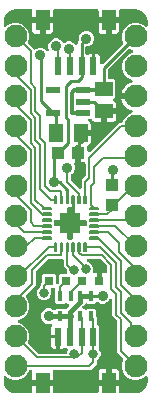
<source format=gbr>
G04 EAGLE Gerber RS-274X export*
G75*
%MOMM*%
%FSLAX34Y34*%
%LPD*%
%INTop Copper*%
%IPPOS*%
%AMOC8*
5,1,8,0,0,1.08239X$1,22.5*%
G01*
%ADD10C,1.930400*%
%ADD11R,1.500000X1.240000*%
%ADD12R,1.075000X1.000000*%
%ADD13R,0.450000X0.900000*%
%ADD14R,0.600000X1.550000*%
%ADD15R,1.200000X1.800000*%
%ADD16R,0.800000X0.800000*%
%ADD17C,0.140000*%
%ADD18R,1.778000X1.778000*%
%ADD19R,1.200000X0.550000*%
%ADD20R,1.200000X1.500000*%
%ADD21R,1.000000X1.075000*%
%ADD22C,0.889000*%
%ADD23C,0.254000*%
%ADD24C,0.203200*%
%ADD25C,0.800100*%
%ADD26C,0.406400*%
%ADD27C,0.304800*%

G36*
X78848Y278636D02*
X78848Y278636D01*
X78967Y278643D01*
X79005Y278656D01*
X79046Y278661D01*
X79156Y278705D01*
X79269Y278741D01*
X79304Y278763D01*
X79341Y278778D01*
X79437Y278848D01*
X79538Y278911D01*
X79566Y278941D01*
X79599Y278965D01*
X79675Y279056D01*
X79756Y279143D01*
X79776Y279178D01*
X79801Y279210D01*
X79852Y279317D01*
X79910Y279422D01*
X79920Y279461D01*
X79937Y279497D01*
X79959Y279614D01*
X79989Y279730D01*
X79993Y279790D01*
X79997Y279810D01*
X79995Y279830D01*
X79999Y279890D01*
X79999Y289951D01*
X81834Y289951D01*
X82481Y289778D01*
X83060Y289443D01*
X83533Y288970D01*
X83868Y288391D01*
X84041Y287744D01*
X84041Y282276D01*
X84058Y282138D01*
X84071Y281999D01*
X84078Y281980D01*
X84081Y281960D01*
X84132Y281831D01*
X84179Y281700D01*
X84190Y281683D01*
X84198Y281665D01*
X84279Y281552D01*
X84357Y281437D01*
X84373Y281423D01*
X84384Y281407D01*
X84491Y281319D01*
X84596Y281226D01*
X84614Y281217D01*
X84629Y281204D01*
X84755Y281145D01*
X84879Y281082D01*
X84899Y281077D01*
X84917Y281069D01*
X85053Y281043D01*
X85189Y281012D01*
X85210Y281013D01*
X85229Y281009D01*
X85368Y281018D01*
X85507Y281022D01*
X85527Y281028D01*
X85547Y281029D01*
X85679Y281072D01*
X85813Y281110D01*
X85830Y281121D01*
X85849Y281127D01*
X85967Y281201D01*
X86087Y281272D01*
X86108Y281290D01*
X86118Y281297D01*
X86132Y281312D01*
X86208Y281378D01*
X86634Y281804D01*
X103389Y298560D01*
X103407Y298583D01*
X103430Y298602D01*
X103504Y298709D01*
X103584Y298811D01*
X103596Y298838D01*
X103613Y298862D01*
X103659Y298984D01*
X103710Y299103D01*
X103715Y299132D01*
X103726Y299160D01*
X103740Y299289D01*
X103760Y299417D01*
X103758Y299447D01*
X103761Y299476D01*
X103743Y299604D01*
X103730Y299734D01*
X103720Y299762D01*
X103716Y299791D01*
X103664Y299943D01*
X102615Y302476D01*
X102615Y307124D01*
X104394Y311419D01*
X107681Y314706D01*
X111976Y316485D01*
X116624Y316485D01*
X120919Y314706D01*
X122293Y313332D01*
X122402Y313247D01*
X122509Y313158D01*
X122528Y313150D01*
X122544Y313137D01*
X122672Y313082D01*
X122797Y313023D01*
X122817Y313019D01*
X122836Y313011D01*
X122974Y312989D01*
X123110Y312963D01*
X123130Y312964D01*
X123150Y312961D01*
X123289Y312974D01*
X123427Y312983D01*
X123446Y312989D01*
X123466Y312991D01*
X123598Y313038D01*
X123729Y313081D01*
X123747Y313092D01*
X123766Y313098D01*
X123881Y313177D01*
X123998Y313251D01*
X124012Y313266D01*
X124029Y313277D01*
X124121Y313381D01*
X124216Y313483D01*
X124226Y313500D01*
X124239Y313515D01*
X124303Y313640D01*
X124370Y313761D01*
X124375Y313781D01*
X124384Y313799D01*
X124414Y313935D01*
X124449Y314069D01*
X124451Y314097D01*
X124454Y314109D01*
X124453Y314129D01*
X124459Y314230D01*
X124459Y317500D01*
X124457Y317520D01*
X124453Y317624D01*
X124282Y319359D01*
X124259Y319462D01*
X124244Y319568D01*
X124217Y319648D01*
X124212Y319669D01*
X124205Y319683D01*
X124192Y319720D01*
X122864Y322925D01*
X122860Y322933D01*
X122857Y322942D01*
X122781Y323072D01*
X122707Y323201D01*
X122700Y323208D01*
X122696Y323216D01*
X122589Y323337D01*
X120137Y325789D01*
X120129Y325795D01*
X120123Y325802D01*
X120004Y325892D01*
X119885Y325984D01*
X119877Y325988D01*
X119869Y325993D01*
X119725Y326064D01*
X116520Y327392D01*
X116418Y327420D01*
X116318Y327456D01*
X116234Y327470D01*
X116213Y327476D01*
X116197Y327476D01*
X116159Y327482D01*
X114424Y327653D01*
X114405Y327653D01*
X114300Y327659D01*
X101310Y327659D01*
X101192Y327644D01*
X101073Y327637D01*
X101035Y327624D01*
X100994Y327619D01*
X100884Y327576D01*
X100771Y327539D01*
X100736Y327517D01*
X100699Y327502D01*
X100603Y327433D01*
X100502Y327369D01*
X100474Y327339D01*
X100441Y327316D01*
X100365Y327224D01*
X100284Y327137D01*
X100264Y327102D01*
X100239Y327071D01*
X100188Y326963D01*
X100130Y326859D01*
X100120Y326819D01*
X100103Y326783D01*
X100081Y326666D01*
X100051Y326551D01*
X100047Y326491D01*
X100043Y326471D01*
X100045Y326450D01*
X100041Y326390D01*
X100041Y321199D01*
X92770Y321199D01*
X92652Y321184D01*
X92533Y321177D01*
X92495Y321164D01*
X92455Y321159D01*
X92344Y321115D01*
X92231Y321079D01*
X92196Y321057D01*
X92159Y321042D01*
X92063Y320972D01*
X91962Y320909D01*
X91934Y320879D01*
X91902Y320855D01*
X91826Y320764D01*
X91744Y320677D01*
X91725Y320642D01*
X91699Y320610D01*
X91648Y320503D01*
X91591Y320399D01*
X91580Y320359D01*
X91563Y320323D01*
X91541Y320206D01*
X91511Y320091D01*
X91507Y320030D01*
X91503Y320010D01*
X91505Y319990D01*
X91501Y319930D01*
X91501Y318659D01*
X91499Y318659D01*
X91499Y319930D01*
X91484Y320048D01*
X91477Y320167D01*
X91464Y320205D01*
X91459Y320245D01*
X91415Y320356D01*
X91379Y320469D01*
X91357Y320504D01*
X91342Y320541D01*
X91272Y320637D01*
X91209Y320738D01*
X91179Y320766D01*
X91155Y320798D01*
X91064Y320874D01*
X90977Y320956D01*
X90942Y320975D01*
X90910Y321001D01*
X90803Y321052D01*
X90699Y321109D01*
X90659Y321120D01*
X90623Y321137D01*
X90506Y321159D01*
X90391Y321189D01*
X90330Y321193D01*
X90310Y321197D01*
X90290Y321195D01*
X90230Y321199D01*
X82959Y321199D01*
X82959Y326390D01*
X82944Y326508D01*
X82937Y326627D01*
X82924Y326665D01*
X82919Y326706D01*
X82876Y326816D01*
X82839Y326929D01*
X82817Y326964D01*
X82802Y327001D01*
X82733Y327097D01*
X82669Y327198D01*
X82639Y327226D01*
X82616Y327259D01*
X82524Y327335D01*
X82437Y327416D01*
X82402Y327436D01*
X82371Y327461D01*
X82263Y327512D01*
X82159Y327570D01*
X82119Y327580D01*
X82083Y327597D01*
X81966Y327619D01*
X81851Y327649D01*
X81791Y327653D01*
X81771Y327657D01*
X81750Y327655D01*
X81690Y327659D01*
X45310Y327659D01*
X45192Y327644D01*
X45073Y327637D01*
X45035Y327624D01*
X44994Y327619D01*
X44884Y327576D01*
X44771Y327539D01*
X44736Y327517D01*
X44699Y327502D01*
X44603Y327433D01*
X44502Y327369D01*
X44474Y327339D01*
X44441Y327316D01*
X44365Y327224D01*
X44284Y327137D01*
X44264Y327102D01*
X44239Y327071D01*
X44188Y326963D01*
X44130Y326859D01*
X44120Y326819D01*
X44103Y326783D01*
X44081Y326666D01*
X44051Y326551D01*
X44047Y326491D01*
X44043Y326471D01*
X44045Y326450D01*
X44041Y326390D01*
X44041Y321199D01*
X36770Y321199D01*
X36652Y321184D01*
X36533Y321177D01*
X36495Y321164D01*
X36455Y321159D01*
X36344Y321115D01*
X36231Y321079D01*
X36196Y321057D01*
X36159Y321042D01*
X36063Y320972D01*
X35962Y320909D01*
X35934Y320879D01*
X35902Y320855D01*
X35826Y320764D01*
X35744Y320677D01*
X35725Y320642D01*
X35699Y320610D01*
X35648Y320503D01*
X35591Y320399D01*
X35580Y320359D01*
X35563Y320323D01*
X35541Y320206D01*
X35511Y320091D01*
X35507Y320030D01*
X35503Y320010D01*
X35505Y319990D01*
X35501Y319930D01*
X35501Y318659D01*
X35499Y318659D01*
X35499Y319930D01*
X35484Y320048D01*
X35477Y320167D01*
X35464Y320205D01*
X35459Y320245D01*
X35415Y320356D01*
X35379Y320469D01*
X35357Y320504D01*
X35342Y320541D01*
X35272Y320637D01*
X35209Y320738D01*
X35179Y320766D01*
X35155Y320798D01*
X35064Y320874D01*
X34977Y320956D01*
X34942Y320975D01*
X34910Y321001D01*
X34803Y321052D01*
X34699Y321109D01*
X34659Y321120D01*
X34623Y321137D01*
X34506Y321159D01*
X34391Y321189D01*
X34330Y321193D01*
X34310Y321197D01*
X34290Y321195D01*
X34230Y321199D01*
X26959Y321199D01*
X26959Y326390D01*
X26944Y326508D01*
X26937Y326627D01*
X26924Y326665D01*
X26919Y326706D01*
X26876Y326816D01*
X26839Y326929D01*
X26817Y326964D01*
X26802Y327001D01*
X26733Y327097D01*
X26669Y327198D01*
X26639Y327226D01*
X26616Y327259D01*
X26524Y327335D01*
X26437Y327416D01*
X26402Y327436D01*
X26371Y327461D01*
X26263Y327512D01*
X26159Y327570D01*
X26119Y327580D01*
X26083Y327597D01*
X25966Y327619D01*
X25851Y327649D01*
X25791Y327653D01*
X25771Y327657D01*
X25750Y327655D01*
X25690Y327659D01*
X12700Y327659D01*
X12680Y327657D01*
X12576Y327653D01*
X10841Y327482D01*
X10738Y327459D01*
X10632Y327444D01*
X10552Y327417D01*
X10531Y327412D01*
X10517Y327405D01*
X10480Y327392D01*
X7275Y326064D01*
X7267Y326060D01*
X7258Y326057D01*
X7128Y325981D01*
X6999Y325907D01*
X6992Y325900D01*
X6984Y325896D01*
X6863Y325789D01*
X4411Y323337D01*
X4405Y323329D01*
X4398Y323323D01*
X4308Y323204D01*
X4216Y323085D01*
X4212Y323077D01*
X4207Y323069D01*
X4136Y322925D01*
X2808Y319720D01*
X2780Y319618D01*
X2744Y319518D01*
X2730Y319434D01*
X2724Y319413D01*
X2724Y319397D01*
X2718Y319359D01*
X2547Y317624D01*
X2547Y317605D01*
X2541Y317500D01*
X2541Y314230D01*
X2558Y314092D01*
X2571Y313953D01*
X2578Y313934D01*
X2581Y313914D01*
X2632Y313785D01*
X2679Y313654D01*
X2690Y313637D01*
X2698Y313618D01*
X2779Y313506D01*
X2857Y313391D01*
X2873Y313378D01*
X2884Y313361D01*
X2992Y313272D01*
X3096Y313180D01*
X3114Y313171D01*
X3129Y313158D01*
X3255Y313099D01*
X3379Y313036D01*
X3399Y313031D01*
X3417Y313023D01*
X3554Y312997D01*
X3689Y312966D01*
X3710Y312967D01*
X3729Y312963D01*
X3868Y312972D01*
X4007Y312976D01*
X4027Y312981D01*
X4047Y312983D01*
X4179Y313025D01*
X4313Y313064D01*
X4330Y313075D01*
X4349Y313081D01*
X4467Y313155D01*
X4587Y313226D01*
X4608Y313244D01*
X4618Y313251D01*
X4632Y313266D01*
X4707Y313332D01*
X6081Y314706D01*
X10376Y316485D01*
X15024Y316485D01*
X19319Y314706D01*
X22606Y311419D01*
X24385Y307124D01*
X24385Y302476D01*
X23230Y299689D01*
X23223Y299661D01*
X23209Y299634D01*
X23181Y299508D01*
X23147Y299382D01*
X23146Y299353D01*
X23140Y299324D01*
X23144Y299194D01*
X23141Y299064D01*
X23148Y299036D01*
X23149Y299006D01*
X23185Y298882D01*
X23216Y298755D01*
X23229Y298729D01*
X23238Y298701D01*
X23303Y298589D01*
X23364Y298474D01*
X23384Y298452D01*
X23399Y298427D01*
X23506Y298306D01*
X26291Y295520D01*
X27793Y294019D01*
X27887Y293946D01*
X27976Y293867D01*
X28012Y293848D01*
X28044Y293824D01*
X28153Y293777D01*
X28259Y293722D01*
X28299Y293713D01*
X28336Y293697D01*
X28454Y293679D01*
X28570Y293653D01*
X28610Y293654D01*
X28650Y293648D01*
X28769Y293659D01*
X28888Y293662D01*
X28926Y293674D01*
X28967Y293677D01*
X29079Y293718D01*
X29193Y293751D01*
X29228Y293771D01*
X29266Y293785D01*
X29364Y293852D01*
X29467Y293912D01*
X29512Y293952D01*
X29529Y293964D01*
X29543Y293979D01*
X29588Y294019D01*
X29866Y294297D01*
X32247Y295283D01*
X34824Y295283D01*
X37205Y294297D01*
X39017Y292485D01*
X39072Y292443D01*
X39121Y292392D01*
X39197Y292345D01*
X39268Y292290D01*
X39332Y292263D01*
X39392Y292226D01*
X39478Y292200D01*
X39560Y292164D01*
X39629Y292153D01*
X39696Y292133D01*
X39785Y292128D01*
X39874Y292114D01*
X39944Y292121D01*
X40013Y292117D01*
X40101Y292136D01*
X40191Y292144D01*
X40257Y292168D01*
X40325Y292182D01*
X40406Y292221D01*
X40490Y292252D01*
X40548Y292291D01*
X40611Y292321D01*
X40679Y292380D01*
X40753Y292430D01*
X40799Y292482D01*
X40853Y292528D01*
X40904Y292601D01*
X40964Y292669D01*
X40996Y292731D01*
X41036Y292788D01*
X41068Y292872D01*
X41108Y292952D01*
X41124Y293020D01*
X41148Y293085D01*
X41158Y293175D01*
X41178Y293262D01*
X41176Y293332D01*
X41184Y293401D01*
X41171Y293490D01*
X41168Y293580D01*
X41149Y293647D01*
X41139Y293716D01*
X41087Y293869D01*
X40512Y295256D01*
X40512Y297834D01*
X41498Y300214D01*
X43321Y302037D01*
X45701Y303023D01*
X48279Y303023D01*
X50659Y302037D01*
X52482Y300214D01*
X52507Y300152D01*
X52566Y300049D01*
X52619Y299941D01*
X52645Y299911D01*
X52665Y299875D01*
X52748Y299790D01*
X52825Y299699D01*
X52858Y299676D01*
X52886Y299647D01*
X52988Y299585D01*
X53085Y299516D01*
X53123Y299502D01*
X53157Y299481D01*
X53271Y299446D01*
X53383Y299404D01*
X53423Y299399D01*
X53461Y299387D01*
X53580Y299381D01*
X53699Y299368D01*
X53739Y299374D01*
X53779Y299372D01*
X53896Y299396D01*
X54014Y299413D01*
X54070Y299432D01*
X54090Y299436D01*
X54109Y299445D01*
X54166Y299465D01*
X56623Y300483D01*
X59201Y300483D01*
X61581Y299497D01*
X63031Y298047D01*
X63140Y297962D01*
X63247Y297873D01*
X63266Y297865D01*
X63282Y297852D01*
X63410Y297797D01*
X63535Y297738D01*
X63555Y297734D01*
X63574Y297726D01*
X63712Y297704D01*
X63848Y297678D01*
X63868Y297679D01*
X63888Y297676D01*
X64027Y297689D01*
X64165Y297698D01*
X64184Y297704D01*
X64204Y297706D01*
X64336Y297753D01*
X64467Y297796D01*
X64485Y297807D01*
X64504Y297814D01*
X64619Y297892D01*
X64736Y297966D01*
X64750Y297981D01*
X64767Y297992D01*
X64859Y298097D01*
X64954Y298198D01*
X64964Y298215D01*
X64977Y298231D01*
X65041Y298355D01*
X65108Y298476D01*
X65113Y298496D01*
X65122Y298514D01*
X65152Y298650D01*
X65187Y298784D01*
X65189Y298812D01*
X65192Y298824D01*
X65191Y298845D01*
X65197Y298945D01*
X65197Y300119D01*
X65795Y300716D01*
X65855Y300795D01*
X65923Y300867D01*
X65952Y300920D01*
X65989Y300968D01*
X66029Y301059D01*
X66077Y301145D01*
X66092Y301204D01*
X66116Y301259D01*
X66131Y301357D01*
X66156Y301453D01*
X66162Y301553D01*
X66166Y301574D01*
X66164Y301586D01*
X66166Y301614D01*
X66166Y304184D01*
X67152Y306564D01*
X68975Y308387D01*
X71355Y309373D01*
X73933Y309373D01*
X76313Y308387D01*
X78136Y306564D01*
X79122Y304184D01*
X79122Y301606D01*
X78136Y299226D01*
X76313Y297403D01*
X73933Y296417D01*
X73072Y296417D01*
X72954Y296402D01*
X72835Y296395D01*
X72797Y296382D01*
X72756Y296377D01*
X72646Y296334D01*
X72533Y296297D01*
X72498Y296275D01*
X72461Y296260D01*
X72365Y296191D01*
X72264Y296127D01*
X72236Y296097D01*
X72203Y296074D01*
X72127Y295982D01*
X72046Y295895D01*
X72026Y295860D01*
X72001Y295829D01*
X71950Y295721D01*
X71892Y295617D01*
X71882Y295577D01*
X71865Y295541D01*
X71843Y295424D01*
X71813Y295309D01*
X71809Y295249D01*
X71805Y295229D01*
X71807Y295208D01*
X71803Y295148D01*
X71803Y290508D01*
X71815Y290410D01*
X71818Y290311D01*
X71835Y290252D01*
X71843Y290192D01*
X71879Y290100D01*
X71906Y290005D01*
X71937Y289953D01*
X71960Y289897D01*
X72018Y289817D01*
X72068Y289731D01*
X72134Y289656D01*
X72146Y289639D01*
X72156Y289631D01*
X72174Y289610D01*
X72243Y289542D01*
X72337Y289468D01*
X72427Y289389D01*
X72463Y289371D01*
X72494Y289347D01*
X72604Y289299D01*
X72711Y289245D01*
X72750Y289236D01*
X72786Y289220D01*
X72904Y289201D01*
X73021Y289175D01*
X73061Y289177D01*
X73100Y289170D01*
X73219Y289181D01*
X73339Y289185D01*
X73377Y289196D01*
X73417Y289200D01*
X73529Y289240D01*
X73644Y289274D01*
X73679Y289294D01*
X73716Y289308D01*
X73786Y289355D01*
X73795Y289360D01*
X74519Y289778D01*
X75166Y289951D01*
X77001Y289951D01*
X77001Y279890D01*
X77016Y279772D01*
X77023Y279653D01*
X77035Y279615D01*
X77041Y279575D01*
X77084Y279464D01*
X77121Y279351D01*
X77143Y279317D01*
X77158Y279279D01*
X77227Y279183D01*
X77291Y279082D01*
X77321Y279054D01*
X77344Y279022D01*
X77436Y278946D01*
X77523Y278864D01*
X77558Y278845D01*
X77589Y278819D01*
X77697Y278768D01*
X77801Y278711D01*
X77841Y278701D01*
X77877Y278683D01*
X77994Y278661D01*
X78109Y278631D01*
X78169Y278627D01*
X78189Y278624D01*
X78210Y278625D01*
X78270Y278621D01*
X78730Y278621D01*
X78848Y278636D01*
G37*
G36*
X81808Y2556D02*
X81808Y2556D01*
X81927Y2563D01*
X81965Y2576D01*
X82006Y2581D01*
X82116Y2624D01*
X82229Y2661D01*
X82264Y2683D01*
X82301Y2698D01*
X82397Y2767D01*
X82498Y2831D01*
X82526Y2861D01*
X82559Y2884D01*
X82635Y2976D01*
X82716Y3063D01*
X82736Y3098D01*
X82761Y3129D01*
X82812Y3237D01*
X82870Y3341D01*
X82880Y3381D01*
X82897Y3417D01*
X82919Y3534D01*
X82949Y3649D01*
X82953Y3709D01*
X82957Y3729D01*
X82955Y3750D01*
X82959Y3810D01*
X82959Y9001D01*
X90230Y9001D01*
X90348Y9016D01*
X90467Y9023D01*
X90505Y9036D01*
X90545Y9041D01*
X90656Y9084D01*
X90769Y9121D01*
X90804Y9143D01*
X90841Y9158D01*
X90937Y9228D01*
X91038Y9291D01*
X91066Y9321D01*
X91098Y9345D01*
X91174Y9436D01*
X91256Y9523D01*
X91275Y9558D01*
X91301Y9589D01*
X91352Y9697D01*
X91409Y9801D01*
X91420Y9841D01*
X91437Y9877D01*
X91459Y9994D01*
X91489Y10109D01*
X91493Y10170D01*
X91497Y10190D01*
X91495Y10210D01*
X91499Y10270D01*
X91499Y11541D01*
X91501Y11541D01*
X91501Y10270D01*
X91516Y10152D01*
X91523Y10033D01*
X91536Y9995D01*
X91541Y9955D01*
X91585Y9844D01*
X91621Y9731D01*
X91643Y9696D01*
X91658Y9659D01*
X91728Y9563D01*
X91791Y9462D01*
X91821Y9434D01*
X91845Y9401D01*
X91936Y9326D01*
X92023Y9244D01*
X92058Y9224D01*
X92090Y9199D01*
X92197Y9148D01*
X92301Y9090D01*
X92341Y9080D01*
X92377Y9063D01*
X92494Y9041D01*
X92609Y9011D01*
X92670Y9007D01*
X92690Y9003D01*
X92710Y9005D01*
X92770Y9001D01*
X100041Y9001D01*
X100041Y3810D01*
X100056Y3692D01*
X100063Y3573D01*
X100075Y3535D01*
X100081Y3494D01*
X100124Y3384D01*
X100161Y3271D01*
X100183Y3236D01*
X100198Y3199D01*
X100267Y3103D01*
X100331Y3002D01*
X100361Y2974D01*
X100384Y2941D01*
X100476Y2865D01*
X100563Y2784D01*
X100598Y2764D01*
X100629Y2739D01*
X100737Y2688D01*
X100841Y2630D01*
X100881Y2620D01*
X100917Y2603D01*
X101034Y2581D01*
X101149Y2551D01*
X101209Y2547D01*
X101229Y2543D01*
X101250Y2545D01*
X101310Y2541D01*
X114300Y2541D01*
X114320Y2543D01*
X114424Y2547D01*
X116159Y2718D01*
X116262Y2741D01*
X116368Y2756D01*
X116448Y2783D01*
X116469Y2788D01*
X116483Y2795D01*
X116520Y2808D01*
X119725Y4136D01*
X119733Y4140D01*
X119742Y4143D01*
X119872Y4219D01*
X120001Y4293D01*
X120008Y4300D01*
X120016Y4304D01*
X120137Y4411D01*
X122589Y6863D01*
X122595Y6871D01*
X122602Y6877D01*
X122692Y6996D01*
X122784Y7115D01*
X122788Y7123D01*
X122793Y7131D01*
X122864Y7275D01*
X124192Y10480D01*
X124220Y10582D01*
X124256Y10682D01*
X124270Y10766D01*
X124276Y10787D01*
X124276Y10803D01*
X124282Y10841D01*
X124453Y12576D01*
X124453Y12595D01*
X124453Y12596D01*
X124456Y12614D01*
X124455Y12633D01*
X124459Y12700D01*
X124459Y15970D01*
X124442Y16108D01*
X124429Y16247D01*
X124422Y16266D01*
X124419Y16286D01*
X124368Y16415D01*
X124321Y16546D01*
X124310Y16563D01*
X124302Y16582D01*
X124221Y16694D01*
X124143Y16809D01*
X124127Y16822D01*
X124116Y16839D01*
X124008Y16928D01*
X123904Y17020D01*
X123886Y17029D01*
X123871Y17042D01*
X123745Y17101D01*
X123621Y17164D01*
X123601Y17169D01*
X123583Y17177D01*
X123446Y17203D01*
X123311Y17234D01*
X123290Y17233D01*
X123271Y17237D01*
X123132Y17228D01*
X122993Y17224D01*
X122973Y17219D01*
X122953Y17217D01*
X122821Y17175D01*
X122687Y17136D01*
X122670Y17125D01*
X122651Y17119D01*
X122533Y17045D01*
X122413Y16974D01*
X122392Y16956D01*
X122382Y16949D01*
X122368Y16934D01*
X122293Y16868D01*
X120919Y15494D01*
X116624Y13715D01*
X111976Y13715D01*
X107681Y15494D01*
X104394Y18781D01*
X102615Y23076D01*
X102615Y27724D01*
X103770Y30511D01*
X103777Y30539D01*
X103791Y30566D01*
X103819Y30692D01*
X103853Y30818D01*
X103854Y30847D01*
X103860Y30876D01*
X103856Y31006D01*
X103859Y31136D01*
X103852Y31164D01*
X103851Y31194D01*
X103815Y31318D01*
X103784Y31445D01*
X103771Y31471D01*
X103762Y31499D01*
X103696Y31611D01*
X103636Y31726D01*
X103616Y31748D01*
X103601Y31773D01*
X103494Y31894D01*
X100709Y34680D01*
X98551Y36837D01*
X98551Y63403D01*
X98539Y63502D01*
X98536Y63601D01*
X98519Y63659D01*
X98511Y63719D01*
X98475Y63811D01*
X98447Y63906D01*
X98417Y63958D01*
X98394Y64015D01*
X98336Y64095D01*
X98286Y64180D01*
X98220Y64256D01*
X98208Y64272D01*
X98198Y64280D01*
X98180Y64301D01*
X94487Y67993D01*
X94487Y81403D01*
X94479Y81472D01*
X94480Y81542D01*
X94459Y81629D01*
X94447Y81718D01*
X94422Y81783D01*
X94405Y81851D01*
X94363Y81931D01*
X94330Y82014D01*
X94289Y82071D01*
X94257Y82132D01*
X94196Y82199D01*
X94144Y82271D01*
X94090Y82316D01*
X94043Y82368D01*
X93968Y82417D01*
X93899Y82474D01*
X93835Y82504D01*
X93777Y82542D01*
X93692Y82572D01*
X93611Y82610D01*
X93542Y82623D01*
X93476Y82646D01*
X93387Y82653D01*
X93299Y82670D01*
X93229Y82665D01*
X93159Y82671D01*
X93071Y82655D01*
X92981Y82650D01*
X92915Y82628D01*
X92846Y82616D01*
X92764Y82580D01*
X92679Y82552D01*
X92620Y82515D01*
X92556Y82486D01*
X92486Y82430D01*
X92410Y82382D01*
X92362Y82331D01*
X92308Y82287D01*
X92254Y82215D01*
X92192Y82150D01*
X92158Y82089D01*
X92116Y82033D01*
X92045Y81889D01*
X91852Y81421D01*
X90029Y79598D01*
X87649Y78612D01*
X85071Y78612D01*
X82653Y79614D01*
X82571Y79686D01*
X82535Y79705D01*
X82503Y79730D01*
X82394Y79777D01*
X82288Y79831D01*
X82248Y79840D01*
X82211Y79856D01*
X82093Y79875D01*
X81978Y79901D01*
X81937Y79899D01*
X81897Y79906D01*
X81779Y79895D01*
X81660Y79891D01*
X81621Y79880D01*
X81581Y79876D01*
X81468Y79836D01*
X81354Y79803D01*
X81319Y79782D01*
X81281Y79768D01*
X81183Y79701D01*
X81080Y79641D01*
X81035Y79601D01*
X81018Y79590D01*
X81005Y79575D01*
X80959Y79535D01*
X79592Y78167D01*
X73408Y78167D01*
X73209Y78366D01*
X73116Y78438D01*
X73101Y78453D01*
X73098Y78454D01*
X73026Y78518D01*
X72990Y78536D01*
X72958Y78561D01*
X72849Y78608D01*
X72743Y78662D01*
X72703Y78671D01*
X72666Y78687D01*
X72548Y78706D01*
X72433Y78732D01*
X72392Y78731D01*
X72352Y78737D01*
X72234Y78726D01*
X72115Y78722D01*
X72076Y78711D01*
X72036Y78707D01*
X71924Y78667D01*
X71809Y78634D01*
X71774Y78613D01*
X71736Y78600D01*
X71638Y78533D01*
X71535Y78472D01*
X71490Y78432D01*
X71473Y78421D01*
X71460Y78406D01*
X71414Y78366D01*
X69448Y76399D01*
X69363Y76290D01*
X69274Y76183D01*
X69265Y76164D01*
X69253Y76148D01*
X69197Y76020D01*
X69138Y75895D01*
X69135Y75875D01*
X69127Y75856D01*
X69105Y75718D01*
X69079Y75582D01*
X69080Y75562D01*
X69077Y75542D01*
X69090Y75403D01*
X69098Y75265D01*
X69105Y75246D01*
X69107Y75226D01*
X69154Y75094D01*
X69196Y74963D01*
X69207Y74945D01*
X69214Y74926D01*
X69292Y74811D01*
X69367Y74694D01*
X69381Y74680D01*
X69393Y74663D01*
X69497Y74571D01*
X69598Y74476D01*
X69616Y74466D01*
X69631Y74453D01*
X69755Y74389D01*
X69877Y74322D01*
X69896Y74317D01*
X69914Y74308D01*
X70050Y74278D01*
X70185Y74243D01*
X70213Y74241D01*
X70225Y74238D01*
X70245Y74239D01*
X70345Y74233D01*
X70592Y74233D01*
X71102Y73722D01*
X71196Y73649D01*
X71286Y73570D01*
X71322Y73552D01*
X71354Y73527D01*
X71463Y73480D01*
X71569Y73426D01*
X71608Y73417D01*
X71646Y73401D01*
X71763Y73382D01*
X71879Y73356D01*
X71920Y73357D01*
X71960Y73351D01*
X72078Y73362D01*
X72197Y73366D01*
X72236Y73377D01*
X72276Y73381D01*
X72388Y73421D01*
X72503Y73454D01*
X72538Y73475D01*
X72576Y73488D01*
X72674Y73555D01*
X72777Y73616D01*
X72822Y73656D01*
X72839Y73667D01*
X72852Y73682D01*
X72897Y73722D01*
X73408Y74233D01*
X79592Y74233D01*
X80783Y73042D01*
X80783Y68255D01*
X80795Y68156D01*
X80798Y68057D01*
X80815Y67999D01*
X80823Y67939D01*
X80859Y67847D01*
X80887Y67752D01*
X80917Y67700D01*
X80940Y67643D01*
X80998Y67563D01*
X81048Y67478D01*
X81114Y67403D01*
X81126Y67386D01*
X81136Y67378D01*
X81155Y67357D01*
X81549Y66963D01*
X81549Y61592D01*
X81564Y61474D01*
X81571Y61355D01*
X81584Y61317D01*
X81589Y61276D01*
X81632Y61166D01*
X81669Y61053D01*
X81691Y61018D01*
X81706Y60981D01*
X81775Y60885D01*
X81839Y60784D01*
X81869Y60756D01*
X81892Y60723D01*
X81984Y60647D01*
X82071Y60566D01*
X82106Y60546D01*
X82137Y60521D01*
X82150Y60515D01*
X83533Y59132D01*
X83533Y41948D01*
X83360Y41775D01*
X83287Y41681D01*
X83208Y41592D01*
X83190Y41556D01*
X83165Y41524D01*
X83118Y41415D01*
X83064Y41309D01*
X83055Y41269D01*
X83039Y41232D01*
X83020Y41114D01*
X82994Y40998D01*
X82995Y40958D01*
X82989Y40918D01*
X83000Y40799D01*
X83004Y40681D01*
X83015Y40642D01*
X83019Y40601D01*
X83059Y40489D01*
X83092Y40375D01*
X83113Y40340D01*
X83126Y40302D01*
X83193Y40204D01*
X83254Y40101D01*
X83293Y40056D01*
X83305Y40039D01*
X83320Y40026D01*
X83360Y39980D01*
X83728Y39613D01*
X84646Y37395D01*
X84646Y34995D01*
X83728Y32777D01*
X81920Y30970D01*
X81860Y30892D01*
X81792Y30820D01*
X81763Y30767D01*
X81726Y30719D01*
X81686Y30628D01*
X81638Y30541D01*
X81623Y30483D01*
X81599Y30427D01*
X81584Y30329D01*
X81559Y30233D01*
X81553Y30133D01*
X81549Y30113D01*
X81551Y30101D01*
X81549Y30073D01*
X81549Y27707D01*
X76193Y22351D01*
X45299Y22351D01*
X45174Y22336D01*
X45049Y22326D01*
X45017Y22316D01*
X44984Y22311D01*
X44867Y22265D01*
X44747Y22225D01*
X44719Y22207D01*
X44688Y22194D01*
X44586Y22121D01*
X44480Y22052D01*
X44458Y22027D01*
X44431Y22008D01*
X44350Y21911D01*
X44265Y21818D01*
X44249Y21788D01*
X44228Y21763D01*
X44174Y21649D01*
X44114Y21538D01*
X44106Y21505D01*
X44092Y21475D01*
X44069Y21351D01*
X44038Y21229D01*
X44039Y21195D01*
X44032Y21163D01*
X44040Y21037D01*
X44041Y20989D01*
X44041Y14079D01*
X36770Y14079D01*
X36652Y14064D01*
X36533Y14057D01*
X36495Y14044D01*
X36455Y14039D01*
X36344Y13995D01*
X36231Y13959D01*
X36196Y13937D01*
X36159Y13922D01*
X36063Y13852D01*
X35962Y13789D01*
X35934Y13759D01*
X35902Y13735D01*
X35826Y13644D01*
X35744Y13557D01*
X35725Y13522D01*
X35699Y13490D01*
X35648Y13383D01*
X35591Y13279D01*
X35580Y13239D01*
X35563Y13203D01*
X35541Y13086D01*
X35511Y12971D01*
X35507Y12910D01*
X35503Y12890D01*
X35505Y12870D01*
X35501Y12810D01*
X35501Y10270D01*
X35516Y10152D01*
X35523Y10033D01*
X35536Y9995D01*
X35541Y9955D01*
X35585Y9844D01*
X35621Y9731D01*
X35643Y9696D01*
X35658Y9659D01*
X35728Y9563D01*
X35791Y9462D01*
X35821Y9434D01*
X35845Y9401D01*
X35936Y9326D01*
X36023Y9244D01*
X36058Y9224D01*
X36090Y9199D01*
X36197Y9148D01*
X36301Y9090D01*
X36341Y9080D01*
X36377Y9063D01*
X36494Y9041D01*
X36609Y9011D01*
X36670Y9007D01*
X36690Y9003D01*
X36710Y9005D01*
X36770Y9001D01*
X44041Y9001D01*
X44041Y3810D01*
X44056Y3692D01*
X44063Y3573D01*
X44076Y3535D01*
X44081Y3494D01*
X44124Y3384D01*
X44161Y3271D01*
X44183Y3236D01*
X44198Y3199D01*
X44267Y3103D01*
X44331Y3002D01*
X44361Y2974D01*
X44384Y2941D01*
X44476Y2866D01*
X44563Y2784D01*
X44598Y2764D01*
X44629Y2739D01*
X44737Y2688D01*
X44841Y2630D01*
X44880Y2620D01*
X44917Y2603D01*
X45034Y2581D01*
X45149Y2551D01*
X45209Y2547D01*
X45229Y2543D01*
X45250Y2545D01*
X45310Y2541D01*
X81690Y2541D01*
X81808Y2556D01*
G37*
G36*
X55092Y36072D02*
X55092Y36072D01*
X55121Y36070D01*
X55249Y36092D01*
X55378Y36109D01*
X55405Y36119D01*
X55434Y36124D01*
X55553Y36178D01*
X55674Y36226D01*
X55697Y36243D01*
X55724Y36255D01*
X55826Y36336D01*
X55931Y36412D01*
X55950Y36435D01*
X55973Y36454D01*
X56051Y36557D01*
X56134Y36657D01*
X56146Y36684D01*
X56164Y36708D01*
X56235Y36852D01*
X57126Y39002D01*
X57139Y39050D01*
X57160Y39095D01*
X57180Y39203D01*
X57209Y39309D01*
X57210Y39359D01*
X57220Y39408D01*
X57213Y39517D01*
X57215Y39627D01*
X57203Y39675D01*
X57200Y39725D01*
X57166Y39829D01*
X57140Y39936D01*
X57117Y39980D01*
X57102Y40027D01*
X57043Y40120D01*
X56992Y40217D01*
X56958Y40254D01*
X56932Y40296D01*
X56852Y40371D01*
X56778Y40453D01*
X56736Y40480D01*
X56700Y40514D01*
X56604Y40567D01*
X56512Y40627D01*
X56465Y40644D01*
X56422Y40668D01*
X56315Y40695D01*
X56211Y40731D01*
X56162Y40735D01*
X56114Y40747D01*
X55953Y40757D01*
X54633Y40757D01*
X54573Y40811D01*
X54537Y40829D01*
X54505Y40854D01*
X54396Y40901D01*
X54289Y40955D01*
X54250Y40964D01*
X54214Y40980D01*
X54096Y40999D01*
X53979Y41025D01*
X53939Y41023D01*
X53900Y41030D01*
X53781Y41019D01*
X53661Y41015D01*
X53623Y41004D01*
X53583Y41000D01*
X53471Y40960D01*
X53356Y40926D01*
X53321Y40906D01*
X53284Y40892D01*
X53214Y40845D01*
X53205Y40840D01*
X52481Y40422D01*
X51834Y40249D01*
X49999Y40249D01*
X49999Y50310D01*
X49984Y50428D01*
X49977Y50547D01*
X49964Y50585D01*
X49959Y50625D01*
X49916Y50736D01*
X49879Y50849D01*
X49857Y50883D01*
X49842Y50921D01*
X49773Y51017D01*
X49709Y51118D01*
X49679Y51146D01*
X49656Y51178D01*
X49564Y51254D01*
X49477Y51336D01*
X49442Y51355D01*
X49411Y51381D01*
X49367Y51401D01*
X49312Y51477D01*
X49249Y51578D01*
X49219Y51606D01*
X49195Y51639D01*
X49104Y51715D01*
X49017Y51796D01*
X48982Y51816D01*
X48950Y51841D01*
X48843Y51892D01*
X48738Y51950D01*
X48699Y51960D01*
X48663Y51977D01*
X48546Y51999D01*
X48430Y52029D01*
X48370Y52033D01*
X48350Y52037D01*
X48330Y52035D01*
X48270Y52039D01*
X42959Y52039D01*
X42959Y58624D01*
X43132Y59271D01*
X43308Y59575D01*
X43333Y59633D01*
X43366Y59687D01*
X43394Y59779D01*
X43431Y59868D01*
X43441Y59931D01*
X43459Y59991D01*
X43464Y60087D01*
X43478Y60183D01*
X43471Y60246D01*
X43474Y60309D01*
X43455Y60403D01*
X43445Y60499D01*
X43423Y60558D01*
X43410Y60620D01*
X43368Y60707D01*
X43334Y60797D01*
X43298Y60849D01*
X43270Y60906D01*
X43208Y60979D01*
X43153Y61058D01*
X43105Y61100D01*
X43064Y61148D01*
X42985Y61203D01*
X42912Y61266D01*
X42856Y61294D01*
X42804Y61331D01*
X42714Y61365D01*
X42627Y61408D01*
X42565Y61421D01*
X42506Y61443D01*
X42411Y61454D01*
X42316Y61474D01*
X42253Y61472D01*
X42190Y61479D01*
X42109Y61467D01*
X39351Y61467D01*
X36971Y62453D01*
X35148Y64276D01*
X34162Y66656D01*
X34162Y69234D01*
X35148Y71614D01*
X36971Y73437D01*
X39351Y74423D01*
X41929Y74423D01*
X44309Y73437D01*
X44563Y73183D01*
X44657Y73110D01*
X44746Y73031D01*
X44782Y73013D01*
X44814Y72988D01*
X44924Y72940D01*
X45030Y72886D01*
X45069Y72878D01*
X45106Y72862D01*
X45224Y72843D01*
X45340Y72817D01*
X45380Y72818D01*
X45420Y72812D01*
X45539Y72823D01*
X45658Y72826D01*
X45697Y72838D01*
X45737Y72841D01*
X45849Y72882D01*
X45963Y72915D01*
X45998Y72935D01*
X46036Y72949D01*
X46135Y73016D01*
X46237Y73076D01*
X46282Y73116D01*
X46299Y73128D01*
X46313Y73143D01*
X46358Y73183D01*
X47408Y74233D01*
X53592Y74233D01*
X53791Y74034D01*
X53885Y73961D01*
X53974Y73882D01*
X54010Y73864D01*
X54042Y73839D01*
X54151Y73792D01*
X54257Y73738D01*
X54297Y73729D01*
X54334Y73713D01*
X54452Y73694D01*
X54567Y73668D01*
X54608Y73669D01*
X54648Y73663D01*
X54766Y73674D01*
X54885Y73678D01*
X54924Y73689D01*
X54964Y73693D01*
X55076Y73733D01*
X55191Y73766D01*
X55226Y73787D01*
X55264Y73800D01*
X55362Y73867D01*
X55465Y73928D01*
X55510Y73968D01*
X55527Y73979D01*
X55540Y73994D01*
X55586Y74034D01*
X57552Y76001D01*
X57637Y76110D01*
X57726Y76217D01*
X57735Y76236D01*
X57747Y76252D01*
X57803Y76380D01*
X57862Y76505D01*
X57865Y76525D01*
X57873Y76544D01*
X57895Y76682D01*
X57921Y76818D01*
X57920Y76838D01*
X57923Y76858D01*
X57910Y76997D01*
X57902Y77135D01*
X57895Y77154D01*
X57893Y77174D01*
X57846Y77306D01*
X57804Y77437D01*
X57793Y77455D01*
X57786Y77474D01*
X57708Y77589D01*
X57633Y77706D01*
X57619Y77720D01*
X57607Y77737D01*
X57503Y77829D01*
X57402Y77924D01*
X57384Y77934D01*
X57369Y77947D01*
X57245Y78011D01*
X57123Y78078D01*
X57104Y78083D01*
X57086Y78092D01*
X56950Y78122D01*
X56815Y78157D01*
X56787Y78159D01*
X56775Y78162D01*
X56755Y78161D01*
X56655Y78167D01*
X56408Y78167D01*
X55897Y78678D01*
X55803Y78751D01*
X55714Y78830D01*
X55678Y78848D01*
X55646Y78873D01*
X55537Y78920D01*
X55431Y78974D01*
X55392Y78983D01*
X55354Y78999D01*
X55237Y79018D01*
X55121Y79044D01*
X55080Y79043D01*
X55040Y79049D01*
X54922Y79038D01*
X54803Y79034D01*
X54764Y79023D01*
X54724Y79019D01*
X54612Y78979D01*
X54497Y78946D01*
X54462Y78925D01*
X54424Y78912D01*
X54326Y78845D01*
X54223Y78784D01*
X54178Y78744D01*
X54161Y78733D01*
X54148Y78718D01*
X54102Y78678D01*
X53592Y78167D01*
X47408Y78167D01*
X46217Y79358D01*
X46217Y90488D01*
X46202Y90606D01*
X46195Y90725D01*
X46182Y90763D01*
X46177Y90804D01*
X46134Y90914D01*
X46097Y91027D01*
X46075Y91062D01*
X46060Y91099D01*
X45991Y91195D01*
X45927Y91296D01*
X45897Y91324D01*
X45874Y91357D01*
X45782Y91433D01*
X45695Y91514D01*
X45660Y91534D01*
X45629Y91559D01*
X45521Y91610D01*
X45417Y91668D01*
X45377Y91678D01*
X45341Y91695D01*
X45224Y91717D01*
X45109Y91747D01*
X45049Y91751D01*
X45029Y91755D01*
X45008Y91753D01*
X44948Y91757D01*
X43550Y91757D01*
X43501Y91751D01*
X43451Y91753D01*
X43344Y91731D01*
X43235Y91717D01*
X43189Y91699D01*
X43140Y91689D01*
X43041Y91641D01*
X42939Y91600D01*
X42899Y91571D01*
X42854Y91549D01*
X42771Y91478D01*
X42682Y91414D01*
X42650Y91375D01*
X42612Y91343D01*
X42549Y91253D01*
X42479Y91169D01*
X42458Y91124D01*
X42429Y91083D01*
X42390Y90980D01*
X42343Y90881D01*
X42334Y90832D01*
X42316Y90786D01*
X42304Y90676D01*
X42284Y90569D01*
X42287Y90519D01*
X42281Y90470D01*
X42297Y90361D01*
X42303Y90251D01*
X42319Y90204D01*
X42326Y90155D01*
X42378Y90002D01*
X42863Y88830D01*
X42863Y86430D01*
X41945Y84212D01*
X40248Y82515D01*
X38030Y81597D01*
X35630Y81597D01*
X33412Y82515D01*
X31715Y84212D01*
X30797Y86430D01*
X30797Y88830D01*
X31715Y91048D01*
X33410Y92742D01*
X33470Y92820D01*
X33538Y92892D01*
X33567Y92945D01*
X33604Y92993D01*
X33644Y93084D01*
X33692Y93171D01*
X33707Y93229D01*
X33731Y93285D01*
X33746Y93383D01*
X33771Y93479D01*
X33777Y93579D01*
X33781Y93599D01*
X33779Y93611D01*
X33781Y93639D01*
X33781Y95123D01*
X34356Y95697D01*
X34416Y95775D01*
X34484Y95847D01*
X34513Y95900D01*
X34550Y95948D01*
X34590Y96039D01*
X34638Y96126D01*
X34653Y96185D01*
X34677Y96240D01*
X34692Y96338D01*
X34717Y96434D01*
X34723Y96534D01*
X34727Y96554D01*
X34725Y96567D01*
X34727Y96595D01*
X34727Y102632D01*
X35918Y103823D01*
X45602Y103823D01*
X46793Y102632D01*
X46793Y96199D01*
X46810Y96061D01*
X46823Y95922D01*
X46830Y95903D01*
X46833Y95883D01*
X46884Y95754D01*
X46931Y95623D01*
X46942Y95606D01*
X46950Y95587D01*
X47031Y95475D01*
X47109Y95360D01*
X47125Y95346D01*
X47136Y95330D01*
X47244Y95241D01*
X47348Y95149D01*
X47366Y95140D01*
X47381Y95127D01*
X47507Y95068D01*
X47631Y95005D01*
X47651Y95000D01*
X47669Y94992D01*
X47805Y94966D01*
X47941Y94935D01*
X47962Y94936D01*
X47981Y94932D01*
X48120Y94940D01*
X48259Y94945D01*
X48279Y94950D01*
X48299Y94952D01*
X48431Y94994D01*
X48565Y95033D01*
X48582Y95043D01*
X48601Y95050D01*
X48719Y95124D01*
X48839Y95195D01*
X48860Y95213D01*
X48870Y95220D01*
X48884Y95235D01*
X48959Y95301D01*
X49356Y95697D01*
X49416Y95775D01*
X49484Y95847D01*
X49513Y95900D01*
X49550Y95948D01*
X49590Y96039D01*
X49638Y96126D01*
X49653Y96184D01*
X49677Y96240D01*
X49692Y96338D01*
X49717Y96434D01*
X49723Y96534D01*
X49727Y96554D01*
X49725Y96567D01*
X49727Y96595D01*
X49727Y102632D01*
X50918Y103823D01*
X55247Y103823D01*
X55296Y103829D01*
X55346Y103827D01*
X55453Y103849D01*
X55562Y103863D01*
X55608Y103881D01*
X55657Y103891D01*
X55756Y103939D01*
X55858Y103980D01*
X55898Y104009D01*
X55943Y104031D01*
X56026Y104102D01*
X56115Y104166D01*
X56147Y104205D01*
X56185Y104237D01*
X56248Y104327D01*
X56318Y104411D01*
X56339Y104456D01*
X56368Y104497D01*
X56407Y104600D01*
X56454Y104699D01*
X56463Y104748D01*
X56481Y104794D01*
X56493Y104904D01*
X56513Y105011D01*
X56510Y105061D01*
X56516Y105110D01*
X56500Y105219D01*
X56494Y105329D01*
X56478Y105376D01*
X56471Y105425D01*
X56419Y105578D01*
X56197Y106115D01*
X56197Y106966D01*
X56184Y107064D01*
X56181Y107163D01*
X56165Y107221D01*
X56157Y107281D01*
X56120Y107374D01*
X56093Y107469D01*
X56062Y107521D01*
X56040Y107577D01*
X55982Y107657D01*
X55931Y107743D01*
X55865Y107818D01*
X55853Y107835D01*
X55844Y107842D01*
X55825Y107863D01*
X55664Y108025D01*
X53506Y110182D01*
X53506Y115062D01*
X53491Y115180D01*
X53484Y115299D01*
X53471Y115337D01*
X53466Y115378D01*
X53423Y115488D01*
X53386Y115601D01*
X53364Y115636D01*
X53349Y115673D01*
X53280Y115769D01*
X53216Y115870D01*
X53186Y115898D01*
X53163Y115931D01*
X53071Y116007D01*
X52984Y116088D01*
X52949Y116108D01*
X52918Y116133D01*
X52810Y116184D01*
X52706Y116242D01*
X52666Y116252D01*
X52630Y116269D01*
X52513Y116291D01*
X52398Y116321D01*
X52338Y116325D01*
X52318Y116329D01*
X52297Y116327D01*
X52237Y116331D01*
X41159Y116331D01*
X41060Y116319D01*
X40961Y116316D01*
X40903Y116299D01*
X40843Y116291D01*
X40751Y116255D01*
X40656Y116227D01*
X40604Y116197D01*
X40547Y116174D01*
X40467Y116116D01*
X40382Y116066D01*
X40307Y116000D01*
X40290Y115988D01*
X40282Y115978D01*
X40261Y115960D01*
X30090Y105789D01*
X30030Y105711D01*
X29962Y105639D01*
X29933Y105586D01*
X29896Y105538D01*
X29856Y105447D01*
X29808Y105360D01*
X29793Y105301D01*
X29769Y105246D01*
X29754Y105148D01*
X29729Y105052D01*
X29723Y104952D01*
X29719Y104932D01*
X29721Y104919D01*
X29719Y104891D01*
X29719Y93987D01*
X21476Y85744D01*
X21403Y85650D01*
X21324Y85561D01*
X21306Y85525D01*
X21281Y85493D01*
X21233Y85383D01*
X21179Y85278D01*
X21170Y85238D01*
X21154Y85201D01*
X21136Y85083D01*
X21110Y84967D01*
X21111Y84927D01*
X21104Y84887D01*
X21116Y84768D01*
X21119Y84649D01*
X21131Y84610D01*
X21134Y84570D01*
X21175Y84458D01*
X21208Y84344D01*
X21228Y84309D01*
X21242Y84271D01*
X21309Y84172D01*
X21369Y84070D01*
X21409Y84025D01*
X21420Y84008D01*
X21436Y83994D01*
X21476Y83949D01*
X22606Y82819D01*
X24385Y78524D01*
X24385Y73876D01*
X22606Y69581D01*
X19319Y66294D01*
X15404Y64673D01*
X15284Y64604D01*
X15160Y64539D01*
X15146Y64525D01*
X15128Y64515D01*
X15028Y64418D01*
X14925Y64325D01*
X14914Y64308D01*
X14899Y64294D01*
X14827Y64176D01*
X14750Y64059D01*
X14744Y64040D01*
X14733Y64023D01*
X14692Y63890D01*
X14647Y63758D01*
X14646Y63738D01*
X14640Y63719D01*
X14633Y63580D01*
X14622Y63441D01*
X14625Y63421D01*
X14624Y63401D01*
X14653Y63265D01*
X14676Y63128D01*
X14685Y63110D01*
X14689Y63090D01*
X14750Y62964D01*
X14807Y62838D01*
X14820Y62822D01*
X14828Y62804D01*
X14919Y62698D01*
X15006Y62590D01*
X15022Y62577D01*
X15035Y62562D01*
X15149Y62482D01*
X15260Y62398D01*
X15285Y62386D01*
X15295Y62379D01*
X15314Y62372D01*
X15404Y62327D01*
X19319Y60706D01*
X22606Y57419D01*
X24385Y53124D01*
X24385Y48476D01*
X23230Y45689D01*
X23223Y45661D01*
X23209Y45634D01*
X23181Y45508D01*
X23147Y45382D01*
X23146Y45353D01*
X23140Y45324D01*
X23144Y45194D01*
X23141Y45064D01*
X23148Y45036D01*
X23149Y45006D01*
X23185Y44882D01*
X23216Y44755D01*
X23229Y44729D01*
X23238Y44701D01*
X23303Y44589D01*
X23364Y44474D01*
X23384Y44452D01*
X23399Y44427D01*
X23506Y44306D01*
X31371Y36440D01*
X31449Y36380D01*
X31521Y36312D01*
X31574Y36283D01*
X31622Y36246D01*
X31713Y36206D01*
X31800Y36158D01*
X31859Y36143D01*
X31914Y36119D01*
X32012Y36104D01*
X32108Y36079D01*
X32208Y36073D01*
X32228Y36069D01*
X32241Y36071D01*
X32269Y36069D01*
X55062Y36069D01*
X55092Y36072D01*
G37*
G36*
X67336Y175739D02*
X67336Y175739D01*
X67474Y175748D01*
X67493Y175754D01*
X67513Y175756D01*
X67645Y175803D01*
X67776Y175846D01*
X67794Y175856D01*
X67813Y175863D01*
X67928Y175941D01*
X68045Y176016D01*
X68059Y176031D01*
X68076Y176042D01*
X68168Y176146D01*
X68263Y176247D01*
X68273Y176265D01*
X68286Y176280D01*
X68350Y176404D01*
X68417Y176526D01*
X68422Y176545D01*
X68431Y176564D01*
X68461Y176699D01*
X68496Y176834D01*
X68498Y176862D01*
X68501Y176874D01*
X68500Y176894D01*
X68506Y176995D01*
X68506Y183188D01*
X71510Y186191D01*
X71570Y186269D01*
X71638Y186341D01*
X71667Y186394D01*
X71704Y186442D01*
X71744Y186533D01*
X71792Y186620D01*
X71807Y186679D01*
X71831Y186734D01*
X71846Y186832D01*
X71871Y186928D01*
X71877Y187028D01*
X71881Y187048D01*
X71879Y187061D01*
X71881Y187089D01*
X71881Y196930D01*
X71866Y197048D01*
X71859Y197167D01*
X71846Y197205D01*
X71841Y197246D01*
X71798Y197356D01*
X71761Y197469D01*
X71739Y197504D01*
X71724Y197541D01*
X71655Y197637D01*
X71591Y197738D01*
X71561Y197766D01*
X71538Y197799D01*
X71446Y197875D01*
X71359Y197956D01*
X71324Y197976D01*
X71293Y198001D01*
X71185Y198052D01*
X71081Y198110D01*
X71041Y198120D01*
X71005Y198137D01*
X70888Y198159D01*
X70773Y198189D01*
X70713Y198193D01*
X70693Y198197D01*
X70672Y198195D01*
X70612Y198199D01*
X68149Y198199D01*
X68149Y204510D01*
X68134Y204628D01*
X68127Y204747D01*
X68114Y204785D01*
X68109Y204825D01*
X68066Y204936D01*
X68029Y205049D01*
X68007Y205083D01*
X67992Y205121D01*
X67923Y205217D01*
X67859Y205318D01*
X67829Y205346D01*
X67806Y205378D01*
X67714Y205454D01*
X67627Y205536D01*
X67592Y205555D01*
X67561Y205581D01*
X67453Y205632D01*
X67349Y205689D01*
X67309Y205699D01*
X67273Y205717D01*
X67166Y205737D01*
X67196Y205741D01*
X67306Y205785D01*
X67419Y205821D01*
X67454Y205843D01*
X67491Y205858D01*
X67587Y205928D01*
X67688Y205991D01*
X67716Y206021D01*
X67749Y206045D01*
X67825Y206136D01*
X67906Y206223D01*
X67926Y206258D01*
X67951Y206290D01*
X68002Y206397D01*
X68060Y206502D01*
X68070Y206541D01*
X68087Y206577D01*
X68109Y206694D01*
X68139Y206810D01*
X68143Y206870D01*
X68147Y206890D01*
X68145Y206910D01*
X68149Y206970D01*
X68149Y213281D01*
X68920Y213281D01*
X69038Y213296D01*
X69157Y213303D01*
X69195Y213316D01*
X69235Y213321D01*
X69346Y213364D01*
X69459Y213401D01*
X69494Y213423D01*
X69531Y213438D01*
X69627Y213507D01*
X69728Y213571D01*
X69756Y213601D01*
X69788Y213624D01*
X69864Y213716D01*
X69946Y213803D01*
X69965Y213838D01*
X69991Y213869D01*
X70042Y213977D01*
X70099Y214081D01*
X70110Y214121D01*
X70127Y214157D01*
X70149Y214274D01*
X70179Y214389D01*
X70183Y214449D01*
X70187Y214469D01*
X70185Y214490D01*
X70189Y214550D01*
X70189Y220346D01*
X76191Y220346D01*
X76191Y215051D01*
X76018Y214404D01*
X75683Y213825D01*
X75210Y213352D01*
X74631Y213017D01*
X74377Y212950D01*
X74267Y212905D01*
X74154Y212867D01*
X74120Y212845D01*
X74083Y212829D01*
X73987Y212758D01*
X73887Y212694D01*
X73860Y212664D01*
X73828Y212640D01*
X73752Y212547D01*
X73672Y212460D01*
X73653Y212424D01*
X73627Y212393D01*
X73578Y212284D01*
X73521Y212180D01*
X73512Y212140D01*
X73495Y212104D01*
X73474Y211986D01*
X73445Y211871D01*
X73446Y211830D01*
X73438Y211791D01*
X73447Y211672D01*
X73448Y211553D01*
X73460Y211494D01*
X73461Y211474D01*
X73468Y211454D01*
X73480Y211395D01*
X73566Y211074D01*
X73566Y207942D01*
X73583Y207804D01*
X73596Y207665D01*
X73603Y207646D01*
X73606Y207626D01*
X73657Y207497D01*
X73704Y207366D01*
X73715Y207349D01*
X73723Y207330D01*
X73804Y207218D01*
X73882Y207103D01*
X73898Y207089D01*
X73909Y207073D01*
X74017Y206984D01*
X74121Y206892D01*
X74139Y206883D01*
X74154Y206870D01*
X74280Y206811D01*
X74404Y206748D01*
X74424Y206743D01*
X74442Y206735D01*
X74578Y206709D01*
X74714Y206678D01*
X74735Y206679D01*
X74754Y206675D01*
X74893Y206683D01*
X75032Y206688D01*
X75052Y206693D01*
X75072Y206695D01*
X75204Y206737D01*
X75338Y206776D01*
X75355Y206786D01*
X75374Y206793D01*
X75492Y206867D01*
X75612Y206938D01*
X75633Y206956D01*
X75643Y206963D01*
X75657Y206978D01*
X75732Y207044D01*
X98180Y229491D01*
X100337Y231649D01*
X102067Y231649D01*
X102096Y231652D01*
X102126Y231650D01*
X102254Y231672D01*
X102383Y231689D01*
X102410Y231699D01*
X102439Y231704D01*
X102558Y231758D01*
X102678Y231806D01*
X102702Y231823D01*
X102729Y231835D01*
X102831Y231916D01*
X102936Y231992D01*
X102955Y232015D01*
X102978Y232034D01*
X103056Y232137D01*
X103139Y232237D01*
X103151Y232264D01*
X103169Y232288D01*
X103240Y232432D01*
X104394Y235219D01*
X107681Y238506D01*
X111030Y239893D01*
X111056Y239908D01*
X111084Y239917D01*
X111194Y239986D01*
X111306Y240050D01*
X111328Y240071D01*
X111353Y240087D01*
X111442Y240182D01*
X111535Y240272D01*
X111550Y240297D01*
X111571Y240319D01*
X111633Y240433D01*
X111701Y240543D01*
X111710Y240571D01*
X111724Y240598D01*
X111756Y240723D01*
X111794Y240847D01*
X111796Y240877D01*
X111803Y240906D01*
X111803Y241035D01*
X111810Y241164D01*
X111804Y241194D01*
X111804Y241224D01*
X111771Y241349D01*
X111745Y241476D01*
X111732Y241503D01*
X111725Y241532D01*
X111663Y241645D01*
X111606Y241762D01*
X111586Y241784D01*
X111572Y241811D01*
X111483Y241905D01*
X111399Y242004D01*
X111375Y242021D01*
X111354Y242043D01*
X111245Y242112D01*
X111139Y242187D01*
X111111Y242197D01*
X111086Y242213D01*
X110936Y242273D01*
X109620Y242701D01*
X107910Y243572D01*
X106357Y244700D01*
X105000Y246057D01*
X103872Y247610D01*
X103001Y249320D01*
X102407Y251145D01*
X102351Y251501D01*
X113070Y251501D01*
X113188Y251516D01*
X113307Y251523D01*
X113345Y251535D01*
X113385Y251541D01*
X113496Y251584D01*
X113609Y251621D01*
X113643Y251643D01*
X113681Y251658D01*
X113777Y251727D01*
X113878Y251791D01*
X113906Y251821D01*
X113938Y251844D01*
X114014Y251936D01*
X114096Y252023D01*
X114115Y252058D01*
X114141Y252089D01*
X114192Y252197D01*
X114249Y252301D01*
X114259Y252341D01*
X114277Y252377D01*
X114299Y252494D01*
X114329Y252609D01*
X114333Y252669D01*
X114336Y252689D01*
X114335Y252710D01*
X114339Y252770D01*
X114339Y255230D01*
X114324Y255348D01*
X114317Y255467D01*
X114304Y255505D01*
X114299Y255546D01*
X114255Y255656D01*
X114219Y255769D01*
X114197Y255804D01*
X114182Y255841D01*
X114112Y255937D01*
X114049Y256038D01*
X114019Y256066D01*
X113995Y256099D01*
X113904Y256175D01*
X113817Y256256D01*
X113782Y256276D01*
X113750Y256301D01*
X113643Y256352D01*
X113538Y256410D01*
X113499Y256420D01*
X113463Y256437D01*
X113346Y256459D01*
X113230Y256489D01*
X113170Y256493D01*
X113150Y256497D01*
X113130Y256495D01*
X113070Y256499D01*
X102351Y256499D01*
X102407Y256855D01*
X103001Y258680D01*
X103872Y260390D01*
X105000Y261943D01*
X106357Y263300D01*
X107910Y264428D01*
X109620Y265299D01*
X110936Y265727D01*
X110963Y265740D01*
X110992Y265747D01*
X111107Y265808D01*
X111224Y265863D01*
X111247Y265882D01*
X111274Y265896D01*
X111370Y265983D01*
X111469Y266065D01*
X111487Y266090D01*
X111509Y266110D01*
X111580Y266218D01*
X111656Y266323D01*
X111667Y266350D01*
X111684Y266375D01*
X111726Y266498D01*
X111773Y266618D01*
X111777Y266648D01*
X111787Y266676D01*
X111797Y266805D01*
X111813Y266934D01*
X111810Y266963D01*
X111812Y266993D01*
X111790Y267121D01*
X111774Y267249D01*
X111763Y267277D01*
X111758Y267306D01*
X111705Y267425D01*
X111657Y267545D01*
X111639Y267569D01*
X111627Y267596D01*
X111546Y267698D01*
X111470Y267802D01*
X111447Y267821D01*
X111429Y267845D01*
X111325Y267923D01*
X111225Y268005D01*
X111198Y268018D01*
X111174Y268036D01*
X111030Y268107D01*
X107681Y269494D01*
X104394Y272781D01*
X102615Y277076D01*
X102615Y281724D01*
X104394Y286019D01*
X107681Y289306D01*
X111596Y290927D01*
X111717Y290996D01*
X111840Y291061D01*
X111855Y291075D01*
X111872Y291085D01*
X111972Y291182D01*
X112075Y291275D01*
X112086Y291292D01*
X112101Y291306D01*
X112173Y291425D01*
X112250Y291541D01*
X112256Y291560D01*
X112267Y291577D01*
X112308Y291710D01*
X112353Y291842D01*
X112354Y291862D01*
X112360Y291881D01*
X112367Y292020D01*
X112378Y292159D01*
X112375Y292179D01*
X112376Y292199D01*
X112347Y292335D01*
X112324Y292472D01*
X112315Y292491D01*
X112311Y292510D01*
X112250Y292636D01*
X112193Y292762D01*
X112180Y292778D01*
X112172Y292796D01*
X112081Y292902D01*
X111994Y293010D01*
X111978Y293023D01*
X111965Y293038D01*
X111851Y293118D01*
X111740Y293202D01*
X111715Y293214D01*
X111705Y293221D01*
X111686Y293228D01*
X111596Y293273D01*
X109443Y294164D01*
X109415Y294172D01*
X109388Y294186D01*
X109262Y294214D01*
X109136Y294248D01*
X109107Y294249D01*
X109078Y294255D01*
X108948Y294251D01*
X108818Y294253D01*
X108790Y294246D01*
X108760Y294246D01*
X108635Y294209D01*
X108509Y294179D01*
X108483Y294165D01*
X108455Y294157D01*
X108343Y294091D01*
X108228Y294030D01*
X108206Y294010D01*
X108181Y293996D01*
X108060Y293889D01*
X91304Y277134D01*
X91244Y277055D01*
X91176Y276983D01*
X91147Y276930D01*
X91110Y276882D01*
X91070Y276791D01*
X91022Y276705D01*
X91007Y276646D01*
X90983Y276591D01*
X90968Y276493D01*
X90943Y276397D01*
X90937Y276297D01*
X90933Y276276D01*
X90935Y276264D01*
X90933Y276236D01*
X90933Y269827D01*
X90948Y269709D01*
X90955Y269590D01*
X90968Y269552D01*
X90973Y269511D01*
X91016Y269401D01*
X91053Y269288D01*
X91075Y269253D01*
X91090Y269216D01*
X91159Y269120D01*
X91223Y269019D01*
X91253Y268991D01*
X91276Y268958D01*
X91368Y268882D01*
X91455Y268801D01*
X91490Y268781D01*
X91521Y268756D01*
X91629Y268705D01*
X91733Y268647D01*
X91773Y268637D01*
X91809Y268620D01*
X91926Y268598D01*
X92041Y268568D01*
X92101Y268564D01*
X92121Y268560D01*
X92142Y268562D01*
X92202Y268558D01*
X95972Y268558D01*
X97163Y267367D01*
X97163Y253283D01*
X95798Y251918D01*
X95721Y251819D01*
X95639Y251724D01*
X95624Y251694D01*
X95603Y251667D01*
X95553Y251552D01*
X95497Y251439D01*
X95490Y251406D01*
X95477Y251375D01*
X95457Y251251D01*
X95431Y251128D01*
X95432Y251094D01*
X95427Y251061D01*
X95438Y250936D01*
X95444Y250810D01*
X95453Y250778D01*
X95457Y250744D01*
X95499Y250626D01*
X95535Y250506D01*
X95553Y250477D01*
X95564Y250445D01*
X95635Y250341D01*
X95700Y250233D01*
X95724Y250210D01*
X95743Y250182D01*
X95837Y250099D01*
X95927Y250011D01*
X95967Y249984D01*
X95981Y249971D01*
X96001Y249961D01*
X96061Y249921D01*
X96690Y249558D01*
X97163Y249085D01*
X97498Y248506D01*
X97671Y247859D01*
X97671Y243864D01*
X88900Y243864D01*
X88782Y243849D01*
X88663Y243842D01*
X88625Y243829D01*
X88585Y243824D01*
X88474Y243780D01*
X88361Y243744D01*
X88326Y243722D01*
X88289Y243707D01*
X88193Y243637D01*
X88092Y243574D01*
X88064Y243544D01*
X88032Y243520D01*
X87956Y243429D01*
X87874Y243342D01*
X87855Y243307D01*
X87829Y243275D01*
X87778Y243168D01*
X87721Y243064D01*
X87710Y243024D01*
X87693Y242988D01*
X87671Y242871D01*
X87641Y242756D01*
X87637Y242695D01*
X87633Y242675D01*
X87635Y242655D01*
X87631Y242595D01*
X87631Y241324D01*
X86360Y241324D01*
X86242Y241309D01*
X86123Y241302D01*
X86085Y241289D01*
X86045Y241284D01*
X85934Y241240D01*
X85821Y241204D01*
X85786Y241182D01*
X85749Y241167D01*
X85653Y241097D01*
X85552Y241034D01*
X85524Y241004D01*
X85491Y240980D01*
X85416Y240889D01*
X85334Y240802D01*
X85314Y240767D01*
X85289Y240735D01*
X85238Y240628D01*
X85180Y240524D01*
X85170Y240484D01*
X85153Y240448D01*
X85131Y240331D01*
X85101Y240216D01*
X85097Y240155D01*
X85093Y240135D01*
X85095Y240115D01*
X85091Y240055D01*
X85091Y232584D01*
X79796Y232584D01*
X79149Y232757D01*
X78570Y233092D01*
X78097Y233565D01*
X77762Y234144D01*
X77712Y234331D01*
X77670Y234436D01*
X77635Y234542D01*
X77610Y234582D01*
X77592Y234626D01*
X77525Y234716D01*
X77465Y234811D01*
X77431Y234843D01*
X77403Y234881D01*
X77315Y234952D01*
X77233Y235029D01*
X77192Y235052D01*
X77155Y235082D01*
X77053Y235128D01*
X76955Y235183D01*
X76909Y235194D01*
X76866Y235214D01*
X76756Y235234D01*
X76647Y235262D01*
X76575Y235267D01*
X76553Y235270D01*
X76535Y235269D01*
X76486Y235272D01*
X74868Y235272D01*
X74717Y235253D01*
X74565Y235236D01*
X74559Y235233D01*
X74552Y235232D01*
X74411Y235177D01*
X74268Y235122D01*
X74263Y235118D01*
X74257Y235115D01*
X74134Y235026D01*
X74009Y234938D01*
X74005Y234932D01*
X73999Y234929D01*
X73902Y234811D01*
X73804Y234695D01*
X73801Y234689D01*
X73797Y234684D01*
X73731Y234545D01*
X73665Y234409D01*
X73664Y234402D01*
X73661Y234396D01*
X73633Y234247D01*
X73602Y234097D01*
X73602Y234090D01*
X73601Y234084D01*
X73611Y233933D01*
X73619Y233779D01*
X73621Y233773D01*
X73621Y233766D01*
X73668Y233622D01*
X73713Y233476D01*
X73717Y233470D01*
X73719Y233464D01*
X73801Y233334D01*
X73881Y233205D01*
X73886Y233201D01*
X73889Y233195D01*
X74000Y233090D01*
X74110Y232985D01*
X74116Y232982D01*
X74121Y232977D01*
X74254Y232904D01*
X74387Y232828D01*
X74396Y232826D01*
X74399Y232823D01*
X74410Y232821D01*
X74540Y232777D01*
X74631Y232753D01*
X75210Y232418D01*
X75683Y231945D01*
X76018Y231366D01*
X76191Y230719D01*
X76191Y225424D01*
X68920Y225424D01*
X68802Y225409D01*
X68683Y225402D01*
X68645Y225389D01*
X68605Y225384D01*
X68494Y225340D01*
X68381Y225304D01*
X68346Y225282D01*
X68309Y225267D01*
X68213Y225197D01*
X68112Y225134D01*
X68084Y225104D01*
X68052Y225080D01*
X67976Y224989D01*
X67894Y224902D01*
X67875Y224867D01*
X67849Y224835D01*
X67798Y224728D01*
X67741Y224624D01*
X67730Y224584D01*
X67713Y224548D01*
X67691Y224431D01*
X67661Y224316D01*
X67657Y224255D01*
X67653Y224235D01*
X67655Y224215D01*
X67651Y224155D01*
X67651Y222884D01*
X66380Y222884D01*
X66262Y222869D01*
X66143Y222862D01*
X66105Y222849D01*
X66065Y222844D01*
X65954Y222800D01*
X65841Y222764D01*
X65806Y222742D01*
X65769Y222727D01*
X65673Y222657D01*
X65572Y222594D01*
X65544Y222564D01*
X65511Y222540D01*
X65436Y222449D01*
X65354Y222362D01*
X65334Y222327D01*
X65309Y222295D01*
X65258Y222188D01*
X65200Y222084D01*
X65190Y222044D01*
X65173Y222008D01*
X65151Y221891D01*
X65121Y221776D01*
X65117Y221715D01*
X65113Y221695D01*
X65115Y221675D01*
X65111Y221615D01*
X65111Y212844D01*
X64420Y212844D01*
X64302Y212829D01*
X64183Y212822D01*
X64145Y212809D01*
X64104Y212804D01*
X63994Y212761D01*
X63881Y212724D01*
X63846Y212702D01*
X63809Y212687D01*
X63712Y212617D01*
X63612Y212554D01*
X63584Y212524D01*
X63551Y212501D01*
X63475Y212409D01*
X63394Y212322D01*
X63374Y212287D01*
X63349Y212256D01*
X63298Y212148D01*
X63240Y212044D01*
X63230Y212004D01*
X63213Y211968D01*
X63191Y211851D01*
X63161Y211736D01*
X63157Y211676D01*
X63153Y211656D01*
X63155Y211635D01*
X63151Y211575D01*
X63151Y206970D01*
X63166Y206852D01*
X63173Y206733D01*
X63185Y206695D01*
X63191Y206655D01*
X63234Y206544D01*
X63271Y206431D01*
X63293Y206397D01*
X63308Y206359D01*
X63377Y206263D01*
X63441Y206162D01*
X63471Y206134D01*
X63494Y206102D01*
X63586Y206026D01*
X63673Y205944D01*
X63708Y205925D01*
X63739Y205899D01*
X63847Y205848D01*
X63951Y205791D01*
X63991Y205781D01*
X64027Y205763D01*
X64134Y205743D01*
X64104Y205739D01*
X63994Y205695D01*
X63881Y205659D01*
X63846Y205637D01*
X63809Y205622D01*
X63712Y205552D01*
X63612Y205489D01*
X63584Y205459D01*
X63551Y205435D01*
X63475Y205344D01*
X63394Y205257D01*
X63374Y205222D01*
X63349Y205190D01*
X63298Y205083D01*
X63240Y204978D01*
X63230Y204939D01*
X63213Y204903D01*
X63191Y204786D01*
X63161Y204670D01*
X63157Y204610D01*
X63153Y204590D01*
X63155Y204570D01*
X63151Y204510D01*
X63151Y198133D01*
X63142Y198131D01*
X63043Y198083D01*
X62941Y198042D01*
X62901Y198013D01*
X62856Y197991D01*
X62772Y197920D01*
X62683Y197856D01*
X62652Y197817D01*
X62614Y197785D01*
X62551Y197695D01*
X62481Y197611D01*
X62459Y197566D01*
X62431Y197525D01*
X62392Y197422D01*
X62345Y197323D01*
X62336Y197274D01*
X62318Y197228D01*
X62306Y197118D01*
X62285Y197011D01*
X62288Y196961D01*
X62283Y196912D01*
X62298Y196803D01*
X62305Y196693D01*
X62320Y196646D01*
X62327Y196597D01*
X62379Y196444D01*
X62993Y194963D01*
X62993Y192386D01*
X62007Y190006D01*
X60125Y188124D01*
X60071Y188093D01*
X60050Y188073D01*
X60025Y188057D01*
X59936Y187962D01*
X59843Y187872D01*
X59827Y187847D01*
X59807Y187825D01*
X59744Y187712D01*
X59676Y187601D01*
X59668Y187573D01*
X59653Y187547D01*
X59621Y187421D01*
X59583Y187297D01*
X59581Y187268D01*
X59574Y187239D01*
X59564Y187078D01*
X59564Y183399D01*
X59576Y183300D01*
X59579Y183201D01*
X59596Y183143D01*
X59604Y183083D01*
X59640Y182991D01*
X59668Y182896D01*
X59698Y182844D01*
X59721Y182787D01*
X59779Y182707D01*
X59829Y182622D01*
X59895Y182547D01*
X59907Y182530D01*
X59917Y182522D01*
X59935Y182501D01*
X66340Y176097D01*
X66449Y176012D01*
X66556Y175923D01*
X66575Y175915D01*
X66591Y175902D01*
X66719Y175847D01*
X66844Y175788D01*
X66864Y175784D01*
X66883Y175776D01*
X67021Y175754D01*
X67157Y175728D01*
X67177Y175729D01*
X67197Y175726D01*
X67336Y175739D01*
G37*
G36*
X25808Y2556D02*
X25808Y2556D01*
X25927Y2563D01*
X25965Y2576D01*
X26006Y2581D01*
X26116Y2624D01*
X26229Y2661D01*
X26264Y2683D01*
X26301Y2698D01*
X26397Y2767D01*
X26498Y2831D01*
X26526Y2861D01*
X26559Y2884D01*
X26635Y2976D01*
X26716Y3063D01*
X26736Y3098D01*
X26761Y3129D01*
X26812Y3237D01*
X26870Y3341D01*
X26880Y3381D01*
X26897Y3417D01*
X26919Y3534D01*
X26949Y3649D01*
X26953Y3709D01*
X26957Y3729D01*
X26955Y3750D01*
X26959Y3810D01*
X26959Y9001D01*
X34230Y9001D01*
X34348Y9016D01*
X34467Y9023D01*
X34505Y9036D01*
X34545Y9041D01*
X34656Y9084D01*
X34769Y9121D01*
X34804Y9143D01*
X34841Y9158D01*
X34937Y9228D01*
X35038Y9291D01*
X35066Y9321D01*
X35098Y9345D01*
X35174Y9436D01*
X35256Y9523D01*
X35275Y9558D01*
X35301Y9589D01*
X35352Y9697D01*
X35409Y9801D01*
X35420Y9841D01*
X35437Y9877D01*
X35459Y9994D01*
X35489Y10109D01*
X35493Y10170D01*
X35497Y10190D01*
X35495Y10210D01*
X35499Y10270D01*
X35499Y12810D01*
X35484Y12928D01*
X35477Y13047D01*
X35464Y13085D01*
X35459Y13125D01*
X35415Y13236D01*
X35379Y13349D01*
X35357Y13384D01*
X35342Y13421D01*
X35272Y13517D01*
X35209Y13618D01*
X35179Y13646D01*
X35155Y13678D01*
X35064Y13754D01*
X34977Y13836D01*
X34942Y13855D01*
X34910Y13881D01*
X34803Y13932D01*
X34699Y13989D01*
X34659Y14000D01*
X34623Y14017D01*
X34506Y14039D01*
X34391Y14069D01*
X34330Y14073D01*
X34310Y14077D01*
X34290Y14075D01*
X34230Y14079D01*
X26959Y14079D01*
X26959Y20958D01*
X26968Y21002D01*
X26965Y21035D01*
X26970Y21068D01*
X26956Y21193D01*
X26948Y21319D01*
X26937Y21351D01*
X26934Y21384D01*
X26889Y21502D01*
X26850Y21621D01*
X26832Y21650D01*
X26820Y21681D01*
X26747Y21784D01*
X26680Y21890D01*
X26655Y21913D01*
X26636Y21940D01*
X26540Y22022D01*
X26448Y22108D01*
X26419Y22124D01*
X26393Y22146D01*
X26280Y22201D01*
X26169Y22262D01*
X26137Y22270D01*
X26107Y22285D01*
X25983Y22310D01*
X25862Y22341D01*
X25813Y22344D01*
X25795Y22348D01*
X25773Y22347D01*
X25701Y22351D01*
X24933Y22351D01*
X24904Y22348D01*
X24874Y22350D01*
X24746Y22328D01*
X24617Y22311D01*
X24590Y22301D01*
X24561Y22296D01*
X24442Y22242D01*
X24322Y22194D01*
X24298Y22177D01*
X24271Y22165D01*
X24169Y22084D01*
X24064Y22008D01*
X24045Y21985D01*
X24022Y21966D01*
X23944Y21863D01*
X23861Y21763D01*
X23849Y21736D01*
X23831Y21712D01*
X23760Y21568D01*
X22606Y18781D01*
X19319Y15494D01*
X15024Y13715D01*
X10376Y13715D01*
X6081Y15494D01*
X4707Y16868D01*
X4598Y16953D01*
X4491Y17042D01*
X4472Y17050D01*
X4456Y17063D01*
X4328Y17118D01*
X4203Y17177D01*
X4183Y17181D01*
X4164Y17189D01*
X4026Y17211D01*
X3890Y17237D01*
X3870Y17236D01*
X3850Y17239D01*
X3711Y17226D01*
X3573Y17217D01*
X3554Y17211D01*
X3534Y17209D01*
X3402Y17162D01*
X3271Y17119D01*
X3253Y17108D01*
X3234Y17102D01*
X3119Y17023D01*
X3002Y16949D01*
X2988Y16934D01*
X2971Y16923D01*
X2879Y16819D01*
X2784Y16717D01*
X2774Y16700D01*
X2761Y16685D01*
X2697Y16560D01*
X2630Y16439D01*
X2625Y16419D01*
X2616Y16401D01*
X2586Y16265D01*
X2551Y16131D01*
X2549Y16103D01*
X2546Y16091D01*
X2547Y16071D01*
X2541Y15970D01*
X2541Y12700D01*
X2543Y12680D01*
X2547Y12576D01*
X2718Y10841D01*
X2741Y10738D01*
X2756Y10632D01*
X2783Y10552D01*
X2788Y10531D01*
X2795Y10517D01*
X2808Y10480D01*
X4136Y7275D01*
X4140Y7267D01*
X4143Y7258D01*
X4219Y7128D01*
X4293Y6999D01*
X4300Y6992D01*
X4304Y6984D01*
X4411Y6863D01*
X6863Y4411D01*
X6871Y4405D01*
X6877Y4398D01*
X6996Y4308D01*
X7115Y4216D01*
X7123Y4212D01*
X7131Y4207D01*
X7275Y4136D01*
X10480Y2808D01*
X10582Y2780D01*
X10682Y2744D01*
X10766Y2730D01*
X10787Y2724D01*
X10803Y2724D01*
X10841Y2718D01*
X12576Y2547D01*
X12595Y2547D01*
X12700Y2541D01*
X25690Y2541D01*
X25808Y2556D01*
G37*
G36*
X59133Y132587D02*
X59133Y132587D01*
X59252Y132591D01*
X59291Y132602D01*
X59331Y132606D01*
X59443Y132646D01*
X59558Y132679D01*
X59592Y132700D01*
X59630Y132713D01*
X59637Y132718D01*
X60325Y132718D01*
X60443Y132733D01*
X60562Y132740D01*
X60600Y132753D01*
X60640Y132758D01*
X60751Y132801D01*
X60864Y132838D01*
X60899Y132860D01*
X60936Y132875D01*
X61032Y132944D01*
X61133Y133008D01*
X61161Y133038D01*
X61193Y133061D01*
X61269Y133153D01*
X61351Y133240D01*
X61370Y133275D01*
X61396Y133306D01*
X61447Y133414D01*
X61504Y133518D01*
X61515Y133558D01*
X61532Y133594D01*
X61554Y133711D01*
X61584Y133826D01*
X61588Y133886D01*
X61592Y133906D01*
X61590Y133927D01*
X61594Y133987D01*
X61594Y144146D01*
X71753Y144146D01*
X71871Y144161D01*
X71990Y144168D01*
X72028Y144181D01*
X72069Y144186D01*
X72179Y144229D01*
X72292Y144266D01*
X72327Y144288D01*
X72364Y144303D01*
X72460Y144373D01*
X72561Y144436D01*
X72589Y144466D01*
X72622Y144490D01*
X72698Y144581D01*
X72779Y144668D01*
X72799Y144703D01*
X72824Y144734D01*
X72875Y144842D01*
X72933Y144946D01*
X72943Y144986D01*
X72960Y145022D01*
X72982Y145139D01*
X73012Y145254D01*
X73016Y145315D01*
X73020Y145335D01*
X73018Y145355D01*
X73022Y145415D01*
X73022Y146118D01*
X73035Y146148D01*
X73089Y146254D01*
X73098Y146293D01*
X73114Y146330D01*
X73133Y146448D01*
X73159Y146564D01*
X73158Y146605D01*
X73164Y146645D01*
X73153Y146763D01*
X73149Y146882D01*
X73138Y146921D01*
X73134Y146961D01*
X73094Y147073D01*
X73061Y147188D01*
X73040Y147222D01*
X73027Y147260D01*
X73022Y147267D01*
X73022Y147955D01*
X73007Y148073D01*
X73000Y148192D01*
X72987Y148230D01*
X72982Y148270D01*
X72939Y148381D01*
X72902Y148494D01*
X72880Y148529D01*
X72865Y148566D01*
X72796Y148662D01*
X72732Y148763D01*
X72702Y148791D01*
X72679Y148823D01*
X72587Y148899D01*
X72500Y148981D01*
X72465Y149000D01*
X72434Y149026D01*
X72326Y149077D01*
X72222Y149134D01*
X72182Y149145D01*
X72146Y149162D01*
X72029Y149184D01*
X71914Y149214D01*
X71854Y149218D01*
X71834Y149222D01*
X71813Y149220D01*
X71753Y149224D01*
X61594Y149224D01*
X61594Y158875D01*
X61579Y158993D01*
X61572Y159112D01*
X61559Y159150D01*
X61554Y159191D01*
X61510Y159301D01*
X61474Y159414D01*
X61452Y159449D01*
X61437Y159486D01*
X61367Y159582D01*
X61304Y159683D01*
X61274Y159711D01*
X61250Y159744D01*
X61159Y159820D01*
X61072Y159901D01*
X61037Y159921D01*
X61005Y159946D01*
X60898Y159997D01*
X60794Y160055D01*
X60754Y160065D01*
X60718Y160082D01*
X60601Y160104D01*
X60486Y160134D01*
X60460Y160136D01*
X59604Y160365D01*
X59401Y160482D01*
X59316Y160518D01*
X59235Y160563D01*
X59170Y160579D01*
X59108Y160605D01*
X59017Y160619D01*
X58927Y160642D01*
X58810Y160649D01*
X58794Y160652D01*
X58785Y160651D01*
X58767Y160652D01*
X57785Y160652D01*
X57667Y160637D01*
X57548Y160630D01*
X57510Y160617D01*
X57470Y160612D01*
X57359Y160569D01*
X57246Y160532D01*
X57211Y160510D01*
X57174Y160495D01*
X57078Y160426D01*
X56977Y160362D01*
X56949Y160332D01*
X56916Y160309D01*
X56841Y160217D01*
X56759Y160130D01*
X56739Y160095D01*
X56714Y160064D01*
X56663Y159956D01*
X56605Y159852D01*
X56595Y159812D01*
X56578Y159776D01*
X56556Y159659D01*
X56526Y159544D01*
X56522Y159484D01*
X56518Y159464D01*
X56520Y159443D01*
X56516Y159383D01*
X56516Y149224D01*
X46357Y149224D01*
X46239Y149209D01*
X46120Y149202D01*
X46082Y149189D01*
X46041Y149184D01*
X45931Y149140D01*
X45818Y149104D01*
X45783Y149082D01*
X45746Y149067D01*
X45650Y148997D01*
X45549Y148934D01*
X45521Y148904D01*
X45488Y148880D01*
X45412Y148789D01*
X45331Y148702D01*
X45311Y148667D01*
X45286Y148635D01*
X45235Y148528D01*
X45177Y148424D01*
X45167Y148384D01*
X45150Y148348D01*
X45128Y148231D01*
X45098Y148116D01*
X45094Y148055D01*
X45090Y148035D01*
X45092Y148015D01*
X45088Y147955D01*
X45088Y147252D01*
X45075Y147222D01*
X45021Y147116D01*
X45012Y147077D01*
X44996Y147040D01*
X44977Y146922D01*
X44951Y146806D01*
X44952Y146765D01*
X44946Y146725D01*
X44957Y146607D01*
X44961Y146488D01*
X44972Y146449D01*
X44976Y146409D01*
X45016Y146297D01*
X45049Y146182D01*
X45070Y146148D01*
X45083Y146110D01*
X45088Y146103D01*
X45088Y145415D01*
X45103Y145297D01*
X45110Y145178D01*
X45123Y145140D01*
X45128Y145100D01*
X45171Y144989D01*
X45208Y144876D01*
X45230Y144841D01*
X45245Y144804D01*
X45314Y144708D01*
X45378Y144607D01*
X45408Y144579D01*
X45431Y144546D01*
X45523Y144471D01*
X45610Y144389D01*
X45645Y144369D01*
X45676Y144344D01*
X45784Y144293D01*
X45888Y144235D01*
X45928Y144225D01*
X45964Y144208D01*
X46081Y144186D01*
X46196Y144156D01*
X46256Y144152D01*
X46276Y144148D01*
X46297Y144150D01*
X46357Y144146D01*
X56516Y144146D01*
X56516Y133987D01*
X56531Y133869D01*
X56538Y133750D01*
X56551Y133712D01*
X56556Y133671D01*
X56599Y133561D01*
X56636Y133448D01*
X56658Y133413D01*
X56673Y133376D01*
X56743Y133280D01*
X56806Y133179D01*
X56836Y133151D01*
X56860Y133118D01*
X56951Y133042D01*
X57038Y132961D01*
X57073Y132941D01*
X57104Y132916D01*
X57212Y132865D01*
X57316Y132807D01*
X57356Y132797D01*
X57392Y132780D01*
X57509Y132758D01*
X57624Y132728D01*
X57685Y132724D01*
X57705Y132720D01*
X57725Y132722D01*
X57785Y132718D01*
X58488Y132718D01*
X58518Y132705D01*
X58624Y132651D01*
X58663Y132642D01*
X58700Y132626D01*
X58818Y132607D01*
X58934Y132581D01*
X58975Y132582D01*
X59015Y132576D01*
X59133Y132587D01*
G37*
G36*
X84548Y97266D02*
X84548Y97266D01*
X84667Y97273D01*
X84705Y97286D01*
X84746Y97291D01*
X84856Y97335D01*
X84969Y97371D01*
X85004Y97393D01*
X85041Y97408D01*
X85137Y97478D01*
X85238Y97541D01*
X85266Y97571D01*
X85299Y97595D01*
X85375Y97686D01*
X85456Y97773D01*
X85476Y97808D01*
X85501Y97840D01*
X85552Y97947D01*
X85610Y98052D01*
X85620Y98091D01*
X85637Y98127D01*
X85659Y98244D01*
X85689Y98360D01*
X85693Y98420D01*
X85697Y98440D01*
X85695Y98460D01*
X85699Y98520D01*
X85699Y104331D01*
X88034Y104331D01*
X88825Y104119D01*
X88912Y104107D01*
X88974Y104091D01*
X89022Y104088D01*
X89074Y104078D01*
X89107Y104080D01*
X89141Y104076D01*
X89266Y104090D01*
X89391Y104098D01*
X89423Y104108D01*
X89456Y104112D01*
X89574Y104157D01*
X89693Y104196D01*
X89722Y104214D01*
X89753Y104226D01*
X89856Y104299D01*
X89962Y104366D01*
X89985Y104391D01*
X90013Y104410D01*
X90094Y104506D01*
X90180Y104598D01*
X90196Y104627D01*
X90218Y104653D01*
X90273Y104766D01*
X90334Y104876D01*
X90342Y104909D01*
X90357Y104939D01*
X90360Y104955D01*
X90361Y104957D01*
X90371Y105009D01*
X90382Y105063D01*
X90413Y105184D01*
X90416Y105233D01*
X90420Y105251D01*
X90419Y105262D01*
X90421Y105269D01*
X90420Y105287D01*
X90423Y105345D01*
X90423Y109747D01*
X90411Y109845D01*
X90408Y109945D01*
X90391Y110003D01*
X90383Y110063D01*
X90347Y110155D01*
X90319Y110250D01*
X90289Y110302D01*
X90266Y110359D01*
X90208Y110439D01*
X90158Y110524D01*
X90092Y110599D01*
X90080Y110616D01*
X90070Y110624D01*
X90052Y110645D01*
X84737Y115960D01*
X84659Y116020D01*
X84586Y116088D01*
X84533Y116117D01*
X84486Y116154D01*
X84395Y116194D01*
X84308Y116242D01*
X84249Y116257D01*
X84194Y116281D01*
X84096Y116296D01*
X84000Y116321D01*
X83900Y116327D01*
X83880Y116331D01*
X83867Y116329D01*
X83839Y116331D01*
X74209Y116331D01*
X74140Y116323D01*
X74070Y116324D01*
X73983Y116303D01*
X73894Y116291D01*
X73829Y116266D01*
X73761Y116249D01*
X73682Y116207D01*
X73598Y116174D01*
X73542Y116133D01*
X73480Y116101D01*
X73413Y116040D01*
X73341Y115988D01*
X73296Y115934D01*
X73245Y115887D01*
X73195Y115812D01*
X73138Y115743D01*
X73108Y115679D01*
X73070Y115621D01*
X73041Y115536D01*
X73002Y115455D01*
X72989Y115386D01*
X72967Y115320D01*
X72960Y115231D01*
X72943Y115143D01*
X72947Y115073D01*
X72941Y115003D01*
X72957Y114915D01*
X72962Y114825D01*
X72984Y114759D01*
X72996Y114690D01*
X73033Y114608D01*
X73060Y114523D01*
X73098Y114464D01*
X73126Y114400D01*
X73183Y114330D01*
X73231Y114254D01*
X73281Y114206D01*
X73325Y114152D01*
X73397Y114097D01*
X73462Y114036D01*
X73523Y114002D01*
X73579Y113960D01*
X73724Y113889D01*
X75935Y112973D01*
X77632Y111276D01*
X78551Y109059D01*
X78551Y106659D01*
X78313Y106086D01*
X78300Y106038D01*
X78279Y105993D01*
X78259Y105885D01*
X78229Y105779D01*
X78229Y105729D01*
X78219Y105680D01*
X78226Y105571D01*
X78224Y105461D01*
X78236Y105413D01*
X78239Y105363D01*
X78273Y105259D01*
X78299Y105152D01*
X78322Y105108D01*
X78337Y105061D01*
X78396Y104968D01*
X78447Y104871D01*
X78481Y104834D01*
X78507Y104792D01*
X78587Y104717D01*
X78661Y104635D01*
X78703Y104608D01*
X78739Y104574D01*
X78835Y104521D01*
X78927Y104461D01*
X78974Y104444D01*
X79017Y104420D01*
X79124Y104393D01*
X79228Y104357D01*
X79277Y104353D01*
X79325Y104341D01*
X79486Y104331D01*
X81701Y104331D01*
X81701Y98520D01*
X81716Y98402D01*
X81723Y98283D01*
X81735Y98245D01*
X81741Y98205D01*
X81784Y98094D01*
X81821Y97981D01*
X81843Y97947D01*
X81858Y97909D01*
X81927Y97813D01*
X81991Y97712D01*
X82021Y97684D01*
X82044Y97652D01*
X82136Y97576D01*
X82223Y97494D01*
X82258Y97475D01*
X82289Y97449D01*
X82397Y97398D01*
X82501Y97341D01*
X82541Y97331D01*
X82577Y97313D01*
X82694Y97291D01*
X82809Y97261D01*
X82869Y97257D01*
X82889Y97254D01*
X82910Y97255D01*
X82970Y97251D01*
X84430Y97251D01*
X84548Y97266D01*
G37*
%LPC*%
G36*
X94039Y14079D02*
X94039Y14079D01*
X94039Y23081D01*
X97834Y23081D01*
X98481Y22908D01*
X99060Y22573D01*
X99533Y22100D01*
X99868Y21521D01*
X100041Y20874D01*
X100041Y14079D01*
X94039Y14079D01*
G37*
%LPD*%
%LPC*%
G36*
X82959Y14079D02*
X82959Y14079D01*
X82959Y20874D01*
X83132Y21521D01*
X83467Y22100D01*
X83940Y22573D01*
X84519Y22908D01*
X85166Y23081D01*
X88961Y23081D01*
X88961Y14079D01*
X82959Y14079D01*
G37*
%LPD*%
%LPC*%
G36*
X94039Y307119D02*
X94039Y307119D01*
X94039Y316121D01*
X100041Y316121D01*
X100041Y309326D01*
X99868Y308679D01*
X99533Y308100D01*
X99060Y307627D01*
X98481Y307292D01*
X97834Y307119D01*
X94039Y307119D01*
G37*
%LPD*%
%LPC*%
G36*
X38039Y307119D02*
X38039Y307119D01*
X38039Y316121D01*
X44041Y316121D01*
X44041Y309326D01*
X43868Y308679D01*
X43533Y308100D01*
X43060Y307627D01*
X42481Y307292D01*
X41834Y307119D01*
X38039Y307119D01*
G37*
%LPD*%
%LPC*%
G36*
X85166Y307119D02*
X85166Y307119D01*
X84519Y307292D01*
X83940Y307627D01*
X83467Y308100D01*
X83132Y308679D01*
X82959Y309326D01*
X82959Y316121D01*
X88961Y316121D01*
X88961Y307119D01*
X85166Y307119D01*
G37*
%LPD*%
%LPC*%
G36*
X29166Y307119D02*
X29166Y307119D01*
X28519Y307292D01*
X27940Y307627D01*
X27467Y308100D01*
X27132Y308679D01*
X26959Y309326D01*
X26959Y316121D01*
X32961Y316121D01*
X32961Y307119D01*
X29166Y307119D01*
G37*
%LPD*%
%LPC*%
G36*
X90169Y232584D02*
X90169Y232584D01*
X90169Y238786D01*
X97671Y238786D01*
X97671Y234791D01*
X97498Y234144D01*
X97163Y233565D01*
X96690Y233092D01*
X96111Y232757D01*
X95464Y232584D01*
X90169Y232584D01*
G37*
%LPD*%
%LPC*%
G36*
X45166Y40249D02*
X45166Y40249D01*
X44519Y40422D01*
X43940Y40757D01*
X43467Y41230D01*
X43132Y41809D01*
X42959Y42456D01*
X42959Y49041D01*
X47001Y49041D01*
X47001Y40249D01*
X45166Y40249D01*
G37*
%LPD*%
%LPC*%
G36*
X59054Y146684D02*
X59054Y146684D01*
X59054Y146686D01*
X59056Y146686D01*
X59056Y146684D01*
X59054Y146684D01*
G37*
%LPD*%
D10*
X12700Y304800D03*
X12700Y279400D03*
X12700Y254000D03*
X12700Y228600D03*
X12700Y203200D03*
X12700Y177800D03*
X12700Y152400D03*
X12700Y127000D03*
X12700Y101600D03*
X12700Y76200D03*
X12700Y50800D03*
X12700Y25400D03*
X114300Y304800D03*
X114300Y279400D03*
X114300Y254000D03*
X114300Y228600D03*
X114300Y203200D03*
X114300Y177800D03*
X114300Y152400D03*
X114300Y127000D03*
X114300Y101600D03*
X114300Y76200D03*
X114300Y50800D03*
X114300Y25400D03*
D11*
X87630Y260325D03*
X87630Y241325D03*
D12*
X48650Y205740D03*
X65650Y205740D03*
D13*
X76500Y67700D03*
X76500Y84700D03*
X67500Y67700D03*
X59500Y67700D03*
X50500Y67700D03*
X50500Y84700D03*
X67500Y84700D03*
X59500Y84700D03*
D14*
X68500Y279660D03*
X58500Y279660D03*
X78500Y279660D03*
X48500Y279660D03*
D15*
X91500Y318660D03*
X35500Y318660D03*
D14*
X58500Y50540D03*
X68500Y50540D03*
X48500Y50540D03*
X78500Y50540D03*
D15*
X35500Y11540D03*
X91500Y11540D03*
D16*
X83700Y97790D03*
X68700Y97790D03*
X40760Y97790D03*
X55760Y97790D03*
D17*
X72255Y163385D02*
X72255Y169985D01*
X72255Y163385D02*
X70855Y163385D01*
X70855Y169985D01*
X72255Y169985D01*
X72255Y164715D02*
X70855Y164715D01*
X70855Y166045D02*
X72255Y166045D01*
X72255Y167375D02*
X70855Y167375D01*
X70855Y168705D02*
X72255Y168705D01*
X67255Y169985D02*
X67255Y163385D01*
X65855Y163385D01*
X65855Y169985D01*
X67255Y169985D01*
X67255Y164715D02*
X65855Y164715D01*
X65855Y166045D02*
X67255Y166045D01*
X67255Y167375D02*
X65855Y167375D01*
X65855Y168705D02*
X67255Y168705D01*
X62255Y169985D02*
X62255Y163385D01*
X60855Y163385D01*
X60855Y169985D01*
X62255Y169985D01*
X62255Y164715D02*
X60855Y164715D01*
X60855Y166045D02*
X62255Y166045D01*
X62255Y167375D02*
X60855Y167375D01*
X60855Y168705D02*
X62255Y168705D01*
X57255Y169985D02*
X57255Y163385D01*
X55855Y163385D01*
X55855Y169985D01*
X57255Y169985D01*
X57255Y164715D02*
X55855Y164715D01*
X55855Y166045D02*
X57255Y166045D01*
X57255Y167375D02*
X55855Y167375D01*
X55855Y168705D02*
X57255Y168705D01*
X52255Y169985D02*
X52255Y163385D01*
X50855Y163385D01*
X50855Y169985D01*
X52255Y169985D01*
X52255Y164715D02*
X50855Y164715D01*
X50855Y166045D02*
X52255Y166045D01*
X52255Y167375D02*
X50855Y167375D01*
X50855Y168705D02*
X52255Y168705D01*
X47255Y169985D02*
X47255Y163385D01*
X45855Y163385D01*
X45855Y169985D01*
X47255Y169985D01*
X47255Y164715D02*
X45855Y164715D01*
X45855Y166045D02*
X47255Y166045D01*
X47255Y167375D02*
X45855Y167375D01*
X45855Y168705D02*
X47255Y168705D01*
X42355Y158485D02*
X35755Y158485D01*
X35755Y159885D01*
X42355Y159885D01*
X42355Y158485D01*
X42355Y159815D02*
X35755Y159815D01*
X35755Y153485D02*
X42355Y153485D01*
X35755Y153485D02*
X35755Y154885D01*
X42355Y154885D01*
X42355Y153485D01*
X42355Y154815D02*
X35755Y154815D01*
X35755Y148485D02*
X42355Y148485D01*
X35755Y148485D02*
X35755Y149885D01*
X42355Y149885D01*
X42355Y148485D01*
X42355Y149815D02*
X35755Y149815D01*
X35755Y143485D02*
X42355Y143485D01*
X35755Y143485D02*
X35755Y144885D01*
X42355Y144885D01*
X42355Y143485D01*
X42355Y144815D02*
X35755Y144815D01*
X35755Y138485D02*
X42355Y138485D01*
X35755Y138485D02*
X35755Y139885D01*
X42355Y139885D01*
X42355Y138485D01*
X42355Y139815D02*
X35755Y139815D01*
X35755Y133485D02*
X42355Y133485D01*
X35755Y133485D02*
X35755Y134885D01*
X42355Y134885D01*
X42355Y133485D01*
X42355Y134815D02*
X35755Y134815D01*
X45855Y129985D02*
X45855Y123385D01*
X45855Y129985D02*
X47255Y129985D01*
X47255Y123385D01*
X45855Y123385D01*
X45855Y124715D02*
X47255Y124715D01*
X47255Y126045D02*
X45855Y126045D01*
X45855Y127375D02*
X47255Y127375D01*
X47255Y128705D02*
X45855Y128705D01*
X50855Y129985D02*
X50855Y123385D01*
X50855Y129985D02*
X52255Y129985D01*
X52255Y123385D01*
X50855Y123385D01*
X50855Y124715D02*
X52255Y124715D01*
X52255Y126045D02*
X50855Y126045D01*
X50855Y127375D02*
X52255Y127375D01*
X52255Y128705D02*
X50855Y128705D01*
X55855Y129985D02*
X55855Y123385D01*
X55855Y129985D02*
X57255Y129985D01*
X57255Y123385D01*
X55855Y123385D01*
X55855Y124715D02*
X57255Y124715D01*
X57255Y126045D02*
X55855Y126045D01*
X55855Y127375D02*
X57255Y127375D01*
X57255Y128705D02*
X55855Y128705D01*
X60855Y129985D02*
X60855Y123385D01*
X60855Y129985D02*
X62255Y129985D01*
X62255Y123385D01*
X60855Y123385D01*
X60855Y124715D02*
X62255Y124715D01*
X62255Y126045D02*
X60855Y126045D01*
X60855Y127375D02*
X62255Y127375D01*
X62255Y128705D02*
X60855Y128705D01*
X65855Y129985D02*
X65855Y123385D01*
X65855Y129985D02*
X67255Y129985D01*
X67255Y123385D01*
X65855Y123385D01*
X65855Y124715D02*
X67255Y124715D01*
X67255Y126045D02*
X65855Y126045D01*
X65855Y127375D02*
X67255Y127375D01*
X67255Y128705D02*
X65855Y128705D01*
X70855Y129985D02*
X70855Y123385D01*
X70855Y129985D02*
X72255Y129985D01*
X72255Y123385D01*
X70855Y123385D01*
X70855Y124715D02*
X72255Y124715D01*
X72255Y126045D02*
X70855Y126045D01*
X70855Y127375D02*
X72255Y127375D01*
X72255Y128705D02*
X70855Y128705D01*
X75755Y134885D02*
X82355Y134885D01*
X82355Y133485D01*
X75755Y133485D01*
X75755Y134885D01*
X75755Y134815D02*
X82355Y134815D01*
X82355Y139885D02*
X75755Y139885D01*
X82355Y139885D02*
X82355Y138485D01*
X75755Y138485D01*
X75755Y139885D01*
X75755Y139815D02*
X82355Y139815D01*
X82355Y144885D02*
X75755Y144885D01*
X82355Y144885D02*
X82355Y143485D01*
X75755Y143485D01*
X75755Y144885D01*
X75755Y144815D02*
X82355Y144815D01*
X82355Y149885D02*
X75755Y149885D01*
X82355Y149885D02*
X82355Y148485D01*
X75755Y148485D01*
X75755Y149885D01*
X75755Y149815D02*
X82355Y149815D01*
X82355Y154885D02*
X75755Y154885D01*
X82355Y154885D02*
X82355Y153485D01*
X75755Y153485D01*
X75755Y154885D01*
X75755Y154815D02*
X82355Y154815D01*
X82355Y159885D02*
X75755Y159885D01*
X82355Y159885D02*
X82355Y158485D01*
X75755Y158485D01*
X75755Y159885D01*
X75755Y159815D02*
X82355Y159815D01*
D18*
X59055Y146685D03*
D19*
X70151Y240055D03*
X70151Y249555D03*
X70151Y259055D03*
X44149Y259055D03*
X44149Y240055D03*
D20*
X46650Y222885D03*
X67650Y222885D03*
D21*
X93980Y161680D03*
X93980Y178680D03*
D22*
X58420Y146050D03*
X83820Y110490D03*
X63500Y12700D03*
X38100Y52070D03*
X81280Y219710D03*
X21590Y320040D03*
X66040Y187960D03*
D23*
X70151Y249555D02*
X79400Y249555D01*
X87630Y241325D01*
X61555Y166685D02*
X61555Y149185D01*
X59055Y146685D01*
X44149Y240055D02*
X33782Y250422D01*
X33782Y288560D02*
X33536Y288806D01*
D22*
X33536Y288806D03*
D23*
X33782Y288560D02*
X33782Y250422D01*
X46650Y237554D02*
X46650Y222885D01*
X46650Y237554D02*
X44149Y240055D01*
D24*
X60685Y107315D02*
X62230Y107315D01*
X60685Y107315D02*
X56555Y111445D01*
X56555Y126685D01*
D25*
X62230Y107315D03*
X62230Y35560D03*
D24*
X62230Y33020D01*
X68500Y36910D02*
X68500Y50540D01*
X68500Y66700D01*
X67500Y67700D01*
X30480Y33020D02*
X12700Y50800D01*
X30480Y33020D02*
X62230Y33020D01*
X58500Y279660D02*
X58500Y293417D01*
X57912Y294005D01*
D22*
X57912Y294005D03*
D24*
X62230Y33020D02*
X64610Y33020D01*
X68500Y36910D01*
X74930Y25400D02*
X12700Y25400D01*
X78500Y28970D02*
X78500Y36082D01*
X78500Y50540D01*
X78500Y28970D02*
X74930Y25400D01*
X78500Y50540D02*
X78500Y65700D01*
X76500Y67700D01*
X78613Y36195D02*
X78500Y36082D01*
D25*
X78613Y36195D03*
X72518Y107859D03*
D24*
X61555Y119756D02*
X61555Y126685D01*
X72518Y108794D02*
X72518Y107859D01*
X72518Y108794D02*
X61555Y119756D01*
X48500Y279660D02*
X48500Y295035D01*
X46990Y296545D01*
D22*
X46990Y296545D03*
D24*
X79055Y149185D02*
X108545Y149185D01*
X111760Y152400D01*
X114300Y152400D01*
X90685Y139185D02*
X79055Y139185D01*
X114300Y107950D02*
X114300Y101600D01*
X100330Y129540D02*
X90685Y139185D01*
X100330Y129540D02*
X100330Y121920D01*
X114300Y107950D01*
X66555Y121750D02*
X66555Y126685D01*
X66555Y121750D02*
X68925Y119380D01*
X93472Y111536D02*
X93472Y90613D01*
X97536Y86549D01*
X97536Y69256D01*
X101600Y38100D02*
X114300Y25400D01*
X85628Y119380D02*
X68925Y119380D01*
X85628Y119380D02*
X93472Y111536D01*
X97536Y69256D02*
X101600Y65192D01*
X101600Y38100D01*
X84070Y126685D02*
X71555Y126685D01*
X84070Y126685D02*
X97536Y113219D01*
X97536Y92297D01*
X101600Y88233D02*
X101600Y70939D01*
X110490Y62049D01*
X110490Y54610D02*
X114300Y50800D01*
X101600Y88233D02*
X97536Y92297D01*
X110490Y62049D02*
X110490Y54610D01*
D26*
X58500Y50540D02*
X58500Y66700D01*
X59500Y67700D01*
X57500Y67700D02*
X50500Y67700D01*
X57500Y67700D02*
X58500Y66700D01*
X67500Y84700D02*
X76500Y84700D01*
X67500Y84700D02*
X67500Y80200D01*
X58500Y71200D02*
X58500Y66700D01*
X58500Y71200D02*
X67500Y80200D01*
D23*
X56555Y166685D02*
X56555Y175133D01*
D26*
X50500Y67700D02*
X40885Y67700D01*
X40640Y67945D01*
D22*
X40640Y67945D03*
X45304Y181483D03*
D26*
X44840Y181483D01*
D23*
X59690Y267335D02*
X65405Y267335D01*
X68500Y270430D01*
X68500Y279660D01*
X59690Y267335D02*
X55245Y262890D01*
X68500Y279660D02*
X68500Y298751D01*
X72644Y302895D01*
D22*
X72644Y302895D03*
D23*
X55245Y262890D02*
X55245Y236220D01*
X57150Y234315D01*
X57150Y214240D02*
X48650Y205740D01*
X57150Y214240D02*
X57150Y234315D01*
X48650Y205740D02*
X44840Y201930D01*
X44840Y181483D01*
X50205Y181483D02*
X56555Y175133D01*
X50205Y181483D02*
X45304Y181483D01*
X93980Y178680D02*
X93980Y190500D01*
X95250Y191770D01*
D22*
X95250Y191770D03*
X86360Y85090D03*
D23*
X85970Y84700D01*
X76500Y84700D01*
D24*
X59500Y84700D02*
X59500Y88590D01*
X68700Y97790D01*
X79055Y144185D02*
X97115Y144185D01*
X114300Y127000D01*
X40760Y97790D02*
X36830Y93860D01*
X36830Y87630D01*
D25*
X36830Y87630D03*
D24*
X12700Y170361D02*
X12700Y177800D01*
X28535Y144185D02*
X39055Y144185D01*
X25400Y157661D02*
X12700Y170361D01*
X25400Y157661D02*
X25400Y147320D01*
X28535Y144185D01*
X111760Y177800D02*
X114300Y177800D01*
X95640Y161680D02*
X93980Y161680D01*
X95640Y161680D02*
X111760Y177800D01*
X90170Y154185D02*
X79055Y154185D01*
X90170Y154060D02*
X90170Y154185D01*
X93980Y157870D02*
X93980Y161680D01*
X93980Y157870D02*
X90170Y154060D01*
X50680Y92710D02*
X50680Y84700D01*
X50680Y92710D02*
X55760Y97790D01*
X50680Y84700D02*
X50500Y84700D01*
X82318Y134185D02*
X101600Y114903D01*
X82318Y134185D02*
X79055Y134185D01*
X114300Y81280D02*
X114300Y76200D01*
X101600Y93980D02*
X101600Y114903D01*
X101600Y93980D02*
X114300Y81280D01*
X39055Y139185D02*
X19565Y139185D01*
X12700Y146050D02*
X12700Y152400D01*
X12700Y146050D02*
X19565Y139185D01*
X28775Y134185D02*
X39055Y134185D01*
X28775Y134185D02*
X21590Y127000D01*
X12700Y127000D01*
X12700Y101600D02*
X15843Y101600D01*
X40928Y126685D02*
X46555Y126685D01*
X40928Y126685D02*
X15843Y101600D01*
X26670Y106680D02*
X26670Y95250D01*
X26670Y106680D02*
X39370Y119380D01*
X51555Y119380D01*
X51555Y126685D01*
X26670Y95250D02*
X12700Y81280D01*
X12700Y76200D01*
X113030Y201930D02*
X114300Y203200D01*
X113030Y201930D02*
X86360Y201930D01*
X79055Y194625D02*
X79055Y180775D01*
X76515Y178235D01*
X76515Y161725D02*
X79055Y159185D01*
X76515Y161725D02*
X76515Y178235D01*
X79055Y194625D02*
X86360Y201930D01*
X101600Y228600D02*
X114300Y228600D01*
X74930Y201930D02*
X74930Y185300D01*
X71555Y181925D01*
X71555Y166685D01*
X74930Y201930D02*
X101600Y228600D01*
X66555Y171570D02*
X66555Y166685D01*
X66555Y171570D02*
X56515Y181610D01*
X56515Y193675D01*
D22*
X56515Y193675D03*
D24*
X25400Y292100D02*
X12700Y304800D01*
X25400Y292100D02*
X25400Y265008D01*
X29464Y260944D01*
X29464Y241291D01*
X33528Y237227D01*
X33528Y218599D01*
X37592Y214535D01*
X37592Y177797D01*
X41656Y173733D01*
X51555Y173733D01*
X51555Y166685D01*
X46555Y166685D02*
X42357Y166685D01*
X33528Y175514D01*
X33528Y212852D01*
X29464Y216916D01*
X29464Y235544D02*
X25400Y239608D01*
X25400Y259261D01*
X12700Y271961D02*
X12700Y279400D01*
X12700Y271961D02*
X25400Y259261D01*
X29464Y235544D02*
X29464Y216916D01*
X36903Y159185D02*
X39055Y159185D01*
X36903Y159185D02*
X29464Y166624D01*
X29464Y210144D01*
X12700Y246561D02*
X12700Y254000D01*
X25400Y233861D02*
X25400Y214208D01*
X25400Y233861D02*
X12700Y246561D01*
X25400Y214208D02*
X29464Y210144D01*
X25400Y163540D02*
X34755Y154185D01*
X39055Y154185D01*
X12700Y221161D02*
X12700Y228600D01*
X12700Y221161D02*
X25400Y208461D01*
X25400Y163540D01*
D27*
X70151Y259055D02*
X86360Y259055D01*
X87630Y260325D01*
X70151Y240055D02*
X60325Y240055D01*
X60325Y257175D01*
X62205Y259055D02*
X70151Y259055D01*
X62205Y259055D02*
X60325Y257175D01*
D23*
X87630Y278130D02*
X114300Y304800D01*
X87630Y278130D02*
X87630Y260325D01*
M02*

</source>
